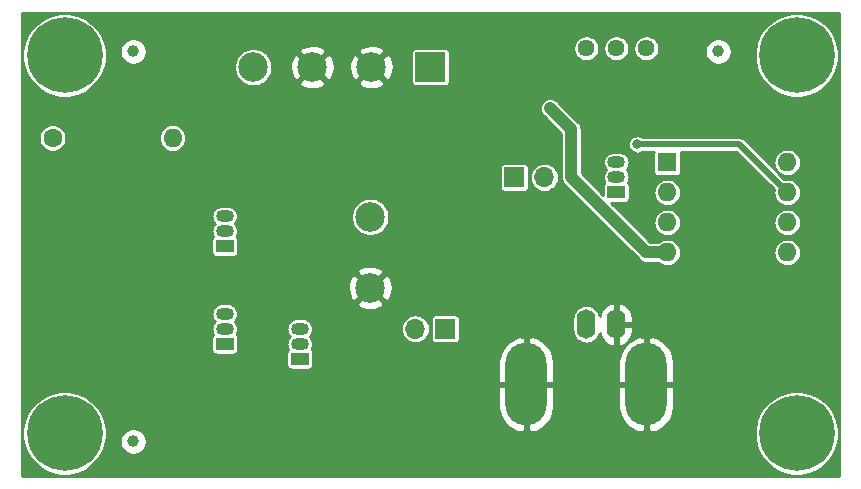
<source format=gbr>
G04 #@! TF.GenerationSoftware,KiCad,Pcbnew,(5.1.2)-1*
G04 #@! TF.CreationDate,2019-08-30T22:43:59-03:00*
G04 #@! TF.ProjectId,colpitts,636f6c70-6974-4747-932e-6b696361645f,v1*
G04 #@! TF.SameCoordinates,Original*
G04 #@! TF.FileFunction,Copper,L2,Bot*
G04 #@! TF.FilePolarity,Positive*
%FSLAX46Y46*%
G04 Gerber Fmt 4.6, Leading zero omitted, Abs format (unit mm)*
G04 Created by KiCad (PCBNEW (5.1.2)-1) date 2019-08-30 22:43:59*
%MOMM*%
%LPD*%
G04 APERTURE LIST*
%ADD10O,1.500000X1.050000*%
%ADD11R,1.500000X1.050000*%
%ADD12R,1.600000X1.600000*%
%ADD13O,1.600000X1.600000*%
%ADD14C,1.440000*%
%ADD15C,1.600000*%
%ADD16R,1.700000X1.700000*%
%ADD17O,1.700000X1.700000*%
%ADD18O,3.500000X7.000000*%
%ADD19O,1.600000X2.500000*%
%ADD20R,2.500000X2.500000*%
%ADD21C,2.500000*%
%ADD22C,6.400000*%
%ADD23C,0.800000*%
%ADD24C,1.000000*%
%ADD25C,0.500000*%
%ADD26C,1.000000*%
%ADD27C,0.250000*%
G04 APERTURE END LIST*
D10*
X107569000Y-88900000D03*
X107569000Y-87630000D03*
D11*
X107569000Y-90170000D03*
D12*
X145034000Y-83058000D03*
D13*
X155194000Y-90678000D03*
X145034000Y-85598000D03*
X155194000Y-88138000D03*
X145034000Y-88138000D03*
X155194000Y-85598000D03*
X145034000Y-90678000D03*
X155194000Y-83058000D03*
D14*
X138176000Y-73406000D03*
X140716000Y-73406000D03*
X143256000Y-73406000D03*
D10*
X140716000Y-84328000D03*
X140716000Y-83058000D03*
D11*
X140716000Y-85598000D03*
D10*
X107569000Y-97155000D03*
X107569000Y-95885000D03*
D11*
X107569000Y-98425000D03*
D10*
X113919000Y-98425000D03*
X113919000Y-97155000D03*
D11*
X113919000Y-99695000D03*
D15*
X92984000Y-81000000D03*
D13*
X103144000Y-81000000D03*
D16*
X132080000Y-84328000D03*
D17*
X134620000Y-84328000D03*
D16*
X126238000Y-97155000D03*
D17*
X123698000Y-97155000D03*
D18*
X143256000Y-101854000D03*
X133096000Y-101854000D03*
D19*
X138176000Y-96774000D03*
X140716000Y-96774000D03*
D20*
X124984000Y-75000000D03*
D21*
X119984000Y-75000000D03*
X114984000Y-75000000D03*
X109984000Y-75000000D03*
D22*
X156000000Y-74000000D03*
D23*
X158400000Y-74000000D03*
X157697056Y-75697056D03*
X156000000Y-76400000D03*
X154302944Y-75697056D03*
X153600000Y-74000000D03*
X154302944Y-72302944D03*
X156000000Y-71600000D03*
X157697056Y-72302944D03*
D22*
X94000000Y-74000000D03*
D23*
X96400000Y-74000000D03*
X95697056Y-75697056D03*
X94000000Y-76400000D03*
X92302944Y-75697056D03*
X91600000Y-74000000D03*
X92302944Y-72302944D03*
X94000000Y-71600000D03*
X95697056Y-72302944D03*
D22*
X156000000Y-106000000D03*
D23*
X158400000Y-106000000D03*
X157697056Y-107697056D03*
X156000000Y-108400000D03*
X154302944Y-107697056D03*
X153600000Y-106000000D03*
X154302944Y-104302944D03*
X156000000Y-103600000D03*
X157697056Y-104302944D03*
D22*
X94000000Y-106000000D03*
D23*
X96400000Y-106000000D03*
X95697056Y-107697056D03*
X94000000Y-108400000D03*
X92302944Y-107697056D03*
X91600000Y-106000000D03*
X92302944Y-104302944D03*
X94000000Y-103600000D03*
X95697056Y-104302944D03*
D24*
X99822000Y-106680000D03*
X149352000Y-73660000D03*
X99822000Y-73660000D03*
D21*
X119888000Y-87678000D03*
X119888000Y-93678000D03*
D23*
X140716000Y-81280000D03*
X92964000Y-87757000D03*
X110617000Y-93980000D03*
X134112000Y-90424000D03*
X92964000Y-92456000D03*
X138176000Y-76581000D03*
X96774000Y-81026000D03*
X107442000Y-83820000D03*
X127508000Y-83820000D03*
X147828000Y-92710000D03*
X136906000Y-86868000D03*
X142494000Y-81534000D03*
D24*
X135128000Y-78486000D03*
D25*
X151130000Y-81534000D02*
X155194000Y-85598000D01*
X142494000Y-81534000D02*
X151130000Y-81534000D01*
D26*
X143902630Y-90678000D02*
X145034000Y-90678000D01*
X143247998Y-90678000D02*
X143902630Y-90678000D01*
X136906000Y-84336002D02*
X143247998Y-90678000D01*
X136906000Y-81788000D02*
X136906000Y-84336002D01*
X136906000Y-81788000D02*
X136906000Y-80264000D01*
X136906000Y-80264000D02*
X135128000Y-78486000D01*
D27*
G36*
X159600001Y-109600000D02*
G01*
X90400000Y-109600000D01*
X90400000Y-105647893D01*
X90425000Y-105647893D01*
X90425000Y-106352107D01*
X90562385Y-107042789D01*
X90831876Y-107693398D01*
X91223116Y-108278930D01*
X91721070Y-108776884D01*
X92306602Y-109168124D01*
X92957211Y-109437615D01*
X93647893Y-109575000D01*
X94352107Y-109575000D01*
X95042789Y-109437615D01*
X95693398Y-109168124D01*
X96278930Y-108776884D01*
X96776884Y-108278930D01*
X97168124Y-107693398D01*
X97437615Y-107042789D01*
X97531818Y-106569197D01*
X98697000Y-106569197D01*
X98697000Y-106790803D01*
X98740233Y-107008150D01*
X98825038Y-107212887D01*
X98948156Y-107397145D01*
X99104855Y-107553844D01*
X99289113Y-107676962D01*
X99493850Y-107761767D01*
X99711197Y-107805000D01*
X99932803Y-107805000D01*
X100150150Y-107761767D01*
X100354887Y-107676962D01*
X100539145Y-107553844D01*
X100695844Y-107397145D01*
X100818962Y-107212887D01*
X100903767Y-107008150D01*
X100947000Y-106790803D01*
X100947000Y-106569197D01*
X100903767Y-106351850D01*
X100818962Y-106147113D01*
X100695844Y-105962855D01*
X100539145Y-105806156D01*
X100354887Y-105683038D01*
X100150150Y-105598233D01*
X99932803Y-105555000D01*
X99711197Y-105555000D01*
X99493850Y-105598233D01*
X99289113Y-105683038D01*
X99104855Y-105806156D01*
X98948156Y-105962855D01*
X98825038Y-106147113D01*
X98740233Y-106351850D01*
X98697000Y-106569197D01*
X97531818Y-106569197D01*
X97575000Y-106352107D01*
X97575000Y-105647893D01*
X97437615Y-104957211D01*
X97168124Y-104306602D01*
X96776884Y-103721070D01*
X96278930Y-103223116D01*
X95693398Y-102831876D01*
X95042789Y-102562385D01*
X94352107Y-102425000D01*
X93647893Y-102425000D01*
X92957211Y-102562385D01*
X92306602Y-102831876D01*
X91721070Y-103223116D01*
X91223116Y-103721070D01*
X90831876Y-104306602D01*
X90562385Y-104957211D01*
X90425000Y-105647893D01*
X90400000Y-105647893D01*
X90400000Y-101979000D01*
X130721000Y-101979000D01*
X130721000Y-103729000D01*
X130791021Y-104189938D01*
X130949621Y-104628358D01*
X131190705Y-105027413D01*
X131505009Y-105371767D01*
X131880454Y-105648187D01*
X132302611Y-105846050D01*
X132601522Y-105926954D01*
X132971000Y-105819226D01*
X132971000Y-101979000D01*
X133221000Y-101979000D01*
X133221000Y-105819226D01*
X133590478Y-105926954D01*
X133889389Y-105846050D01*
X134311546Y-105648187D01*
X134686991Y-105371767D01*
X135001295Y-105027413D01*
X135242379Y-104628358D01*
X135400979Y-104189938D01*
X135471000Y-103729000D01*
X135471000Y-101979000D01*
X140881000Y-101979000D01*
X140881000Y-103729000D01*
X140951021Y-104189938D01*
X141109621Y-104628358D01*
X141350705Y-105027413D01*
X141665009Y-105371767D01*
X142040454Y-105648187D01*
X142462611Y-105846050D01*
X142761522Y-105926954D01*
X143131000Y-105819226D01*
X143131000Y-101979000D01*
X143381000Y-101979000D01*
X143381000Y-105819226D01*
X143750478Y-105926954D01*
X144049389Y-105846050D01*
X144471546Y-105648187D01*
X144471945Y-105647893D01*
X152425000Y-105647893D01*
X152425000Y-106352107D01*
X152562385Y-107042789D01*
X152831876Y-107693398D01*
X153223116Y-108278930D01*
X153721070Y-108776884D01*
X154306602Y-109168124D01*
X154957211Y-109437615D01*
X155647893Y-109575000D01*
X156352107Y-109575000D01*
X157042789Y-109437615D01*
X157693398Y-109168124D01*
X158278930Y-108776884D01*
X158776884Y-108278930D01*
X159168124Y-107693398D01*
X159437615Y-107042789D01*
X159575000Y-106352107D01*
X159575000Y-105647893D01*
X159437615Y-104957211D01*
X159168124Y-104306602D01*
X158776884Y-103721070D01*
X158278930Y-103223116D01*
X157693398Y-102831876D01*
X157042789Y-102562385D01*
X156352107Y-102425000D01*
X155647893Y-102425000D01*
X154957211Y-102562385D01*
X154306602Y-102831876D01*
X153721070Y-103223116D01*
X153223116Y-103721070D01*
X152831876Y-104306602D01*
X152562385Y-104957211D01*
X152425000Y-105647893D01*
X144471945Y-105647893D01*
X144846991Y-105371767D01*
X145161295Y-105027413D01*
X145402379Y-104628358D01*
X145560979Y-104189938D01*
X145631000Y-103729000D01*
X145631000Y-101979000D01*
X143381000Y-101979000D01*
X143131000Y-101979000D01*
X140881000Y-101979000D01*
X135471000Y-101979000D01*
X133221000Y-101979000D01*
X132971000Y-101979000D01*
X130721000Y-101979000D01*
X90400000Y-101979000D01*
X90400000Y-95885000D01*
X106439646Y-95885000D01*
X106457023Y-96061431D01*
X106508486Y-96231081D01*
X106592057Y-96387432D01*
X106700852Y-96520000D01*
X106592057Y-96652568D01*
X106508486Y-96808919D01*
X106457023Y-96978569D01*
X106439646Y-97155000D01*
X106457023Y-97331431D01*
X106508486Y-97501081D01*
X106571139Y-97618298D01*
X106552552Y-97633552D01*
X106505691Y-97690653D01*
X106470869Y-97755800D01*
X106449426Y-97826487D01*
X106442186Y-97900000D01*
X106442186Y-98950000D01*
X106449426Y-99023513D01*
X106470869Y-99094200D01*
X106505691Y-99159347D01*
X106552552Y-99216448D01*
X106609653Y-99263309D01*
X106674800Y-99298131D01*
X106745487Y-99319574D01*
X106819000Y-99326814D01*
X108319000Y-99326814D01*
X108392513Y-99319574D01*
X108463200Y-99298131D01*
X108528347Y-99263309D01*
X108585448Y-99216448D01*
X108632309Y-99159347D01*
X108667131Y-99094200D01*
X108688574Y-99023513D01*
X108695814Y-98950000D01*
X108695814Y-97900000D01*
X108688574Y-97826487D01*
X108667131Y-97755800D01*
X108632309Y-97690653D01*
X108585448Y-97633552D01*
X108566861Y-97618298D01*
X108629514Y-97501081D01*
X108680977Y-97331431D01*
X108698354Y-97155000D01*
X112789646Y-97155000D01*
X112807023Y-97331431D01*
X112858486Y-97501081D01*
X112942057Y-97657432D01*
X113050852Y-97790000D01*
X112942057Y-97922568D01*
X112858486Y-98078919D01*
X112807023Y-98248569D01*
X112789646Y-98425000D01*
X112807023Y-98601431D01*
X112858486Y-98771081D01*
X112921139Y-98888298D01*
X112902552Y-98903552D01*
X112855691Y-98960653D01*
X112820869Y-99025800D01*
X112799426Y-99096487D01*
X112792186Y-99170000D01*
X112792186Y-100220000D01*
X112799426Y-100293513D01*
X112820869Y-100364200D01*
X112855691Y-100429347D01*
X112902552Y-100486448D01*
X112959653Y-100533309D01*
X113024800Y-100568131D01*
X113095487Y-100589574D01*
X113169000Y-100596814D01*
X114669000Y-100596814D01*
X114742513Y-100589574D01*
X114813200Y-100568131D01*
X114878347Y-100533309D01*
X114935448Y-100486448D01*
X114982309Y-100429347D01*
X115017131Y-100364200D01*
X115038574Y-100293513D01*
X115045814Y-100220000D01*
X115045814Y-99979000D01*
X130721000Y-99979000D01*
X130721000Y-101729000D01*
X132971000Y-101729000D01*
X132971000Y-97888774D01*
X133221000Y-97888774D01*
X133221000Y-101729000D01*
X135471000Y-101729000D01*
X135471000Y-99979000D01*
X140881000Y-99979000D01*
X140881000Y-101729000D01*
X143131000Y-101729000D01*
X143131000Y-97888774D01*
X143381000Y-97888774D01*
X143381000Y-101729000D01*
X145631000Y-101729000D01*
X145631000Y-99979000D01*
X145560979Y-99518062D01*
X145402379Y-99079642D01*
X145161295Y-98680587D01*
X144846991Y-98336233D01*
X144471546Y-98059813D01*
X144049389Y-97861950D01*
X143750478Y-97781046D01*
X143381000Y-97888774D01*
X143131000Y-97888774D01*
X142761522Y-97781046D01*
X142462611Y-97861950D01*
X142040454Y-98059813D01*
X141665009Y-98336233D01*
X141350705Y-98680587D01*
X141109621Y-99079642D01*
X140951021Y-99518062D01*
X140881000Y-99979000D01*
X135471000Y-99979000D01*
X135400979Y-99518062D01*
X135242379Y-99079642D01*
X135001295Y-98680587D01*
X134686991Y-98336233D01*
X134311546Y-98059813D01*
X133889389Y-97861950D01*
X133590478Y-97781046D01*
X133221000Y-97888774D01*
X132971000Y-97888774D01*
X132601522Y-97781046D01*
X132302611Y-97861950D01*
X131880454Y-98059813D01*
X131505009Y-98336233D01*
X131190705Y-98680587D01*
X130949621Y-99079642D01*
X130791021Y-99518062D01*
X130721000Y-99979000D01*
X115045814Y-99979000D01*
X115045814Y-99170000D01*
X115038574Y-99096487D01*
X115017131Y-99025800D01*
X114982309Y-98960653D01*
X114935448Y-98903552D01*
X114916861Y-98888298D01*
X114979514Y-98771081D01*
X115030977Y-98601431D01*
X115048354Y-98425000D01*
X115030977Y-98248569D01*
X114979514Y-98078919D01*
X114895943Y-97922568D01*
X114787148Y-97790000D01*
X114895943Y-97657432D01*
X114979514Y-97501081D01*
X115030977Y-97331431D01*
X115048354Y-97155000D01*
X122467073Y-97155000D01*
X122490725Y-97395142D01*
X122560772Y-97626055D01*
X122674522Y-97838866D01*
X122827603Y-98025397D01*
X123014134Y-98178478D01*
X123226945Y-98292228D01*
X123457858Y-98362275D01*
X123637822Y-98380000D01*
X123758178Y-98380000D01*
X123938142Y-98362275D01*
X124169055Y-98292228D01*
X124381866Y-98178478D01*
X124568397Y-98025397D01*
X124721478Y-97838866D01*
X124835228Y-97626055D01*
X124905275Y-97395142D01*
X124928927Y-97155000D01*
X124905275Y-96914858D01*
X124835228Y-96683945D01*
X124721478Y-96471134D01*
X124585137Y-96305000D01*
X125011186Y-96305000D01*
X125011186Y-98005000D01*
X125018426Y-98078513D01*
X125039869Y-98149200D01*
X125074691Y-98214347D01*
X125121552Y-98271448D01*
X125178653Y-98318309D01*
X125243800Y-98353131D01*
X125314487Y-98374574D01*
X125388000Y-98381814D01*
X127088000Y-98381814D01*
X127161513Y-98374574D01*
X127232200Y-98353131D01*
X127297347Y-98318309D01*
X127354448Y-98271448D01*
X127401309Y-98214347D01*
X127436131Y-98149200D01*
X127457574Y-98078513D01*
X127464814Y-98005000D01*
X127464814Y-96305000D01*
X127461001Y-96266280D01*
X137001000Y-96266280D01*
X137001000Y-97281719D01*
X137018002Y-97454339D01*
X137085189Y-97675828D01*
X137194296Y-97879952D01*
X137341130Y-98058870D01*
X137520047Y-98205704D01*
X137724171Y-98314811D01*
X137945660Y-98381998D01*
X138176000Y-98404685D01*
X138406339Y-98381998D01*
X138627828Y-98314811D01*
X138831952Y-98205704D01*
X139010870Y-98058870D01*
X139157704Y-97879953D01*
X139266811Y-97675829D01*
X139319663Y-97501598D01*
X139342767Y-97624602D01*
X139447307Y-97884809D01*
X139600602Y-98119621D01*
X139796761Y-98320015D01*
X140028246Y-98478290D01*
X140286161Y-98588363D01*
X140370479Y-98606476D01*
X140591000Y-98486577D01*
X140591000Y-96899000D01*
X140841000Y-96899000D01*
X140841000Y-98486577D01*
X141061521Y-98606476D01*
X141145839Y-98588363D01*
X141403754Y-98478290D01*
X141635239Y-98320015D01*
X141831398Y-98119621D01*
X141984693Y-97884809D01*
X142089233Y-97624602D01*
X142141000Y-97349000D01*
X142141000Y-96899000D01*
X140841000Y-96899000D01*
X140591000Y-96899000D01*
X140571000Y-96899000D01*
X140571000Y-96649000D01*
X140591000Y-96649000D01*
X140591000Y-95061423D01*
X140841000Y-95061423D01*
X140841000Y-96649000D01*
X142141000Y-96649000D01*
X142141000Y-96199000D01*
X142089233Y-95923398D01*
X141984693Y-95663191D01*
X141831398Y-95428379D01*
X141635239Y-95227985D01*
X141403754Y-95069710D01*
X141145839Y-94959637D01*
X141061521Y-94941524D01*
X140841000Y-95061423D01*
X140591000Y-95061423D01*
X140370479Y-94941524D01*
X140286161Y-94959637D01*
X140028246Y-95069710D01*
X139796761Y-95227985D01*
X139600602Y-95428379D01*
X139447307Y-95663191D01*
X139342767Y-95923398D01*
X139319663Y-96046402D01*
X139266811Y-95872171D01*
X139157704Y-95668047D01*
X139010870Y-95489130D01*
X138831953Y-95342296D01*
X138627829Y-95233189D01*
X138406340Y-95166002D01*
X138176000Y-95143315D01*
X137945661Y-95166002D01*
X137724172Y-95233189D01*
X137520048Y-95342296D01*
X137341131Y-95489130D01*
X137194297Y-95668047D01*
X137085189Y-95872171D01*
X137018002Y-96093660D01*
X137001000Y-96266280D01*
X127461001Y-96266280D01*
X127457574Y-96231487D01*
X127436131Y-96160800D01*
X127401309Y-96095653D01*
X127354448Y-96038552D01*
X127297347Y-95991691D01*
X127232200Y-95956869D01*
X127161513Y-95935426D01*
X127088000Y-95928186D01*
X125388000Y-95928186D01*
X125314487Y-95935426D01*
X125243800Y-95956869D01*
X125178653Y-95991691D01*
X125121552Y-96038552D01*
X125074691Y-96095653D01*
X125039869Y-96160800D01*
X125018426Y-96231487D01*
X125011186Y-96305000D01*
X124585137Y-96305000D01*
X124568397Y-96284603D01*
X124381866Y-96131522D01*
X124169055Y-96017772D01*
X123938142Y-95947725D01*
X123758178Y-95930000D01*
X123637822Y-95930000D01*
X123457858Y-95947725D01*
X123226945Y-96017772D01*
X123014134Y-96131522D01*
X122827603Y-96284603D01*
X122674522Y-96471134D01*
X122560772Y-96683945D01*
X122490725Y-96914858D01*
X122467073Y-97155000D01*
X115048354Y-97155000D01*
X115030977Y-96978569D01*
X114979514Y-96808919D01*
X114895943Y-96652568D01*
X114783475Y-96515525D01*
X114646432Y-96403057D01*
X114490081Y-96319486D01*
X114320431Y-96268023D01*
X114188207Y-96255000D01*
X113649793Y-96255000D01*
X113517569Y-96268023D01*
X113347919Y-96319486D01*
X113191568Y-96403057D01*
X113054525Y-96515525D01*
X112942057Y-96652568D01*
X112858486Y-96808919D01*
X112807023Y-96978569D01*
X112789646Y-97155000D01*
X108698354Y-97155000D01*
X108680977Y-96978569D01*
X108629514Y-96808919D01*
X108545943Y-96652568D01*
X108437148Y-96520000D01*
X108545943Y-96387432D01*
X108629514Y-96231081D01*
X108680977Y-96061431D01*
X108698354Y-95885000D01*
X108680977Y-95708569D01*
X108629514Y-95538919D01*
X108545943Y-95382568D01*
X108433475Y-95245525D01*
X108296432Y-95133057D01*
X108140081Y-95049486D01*
X107970431Y-94998023D01*
X107838207Y-94985000D01*
X107299793Y-94985000D01*
X107167569Y-94998023D01*
X106997919Y-95049486D01*
X106841568Y-95133057D01*
X106704525Y-95245525D01*
X106592057Y-95382568D01*
X106508486Y-95538919D01*
X106457023Y-95708569D01*
X106439646Y-95885000D01*
X90400000Y-95885000D01*
X90400000Y-94984941D01*
X118757835Y-94984941D01*
X118884137Y-95272361D01*
X119214470Y-95437569D01*
X119570687Y-95535159D01*
X119939097Y-95561379D01*
X120305544Y-95515222D01*
X120655945Y-95398462D01*
X120891863Y-95272361D01*
X121018165Y-94984941D01*
X119888000Y-93854777D01*
X118757835Y-94984941D01*
X90400000Y-94984941D01*
X90400000Y-93729097D01*
X118004621Y-93729097D01*
X118050778Y-94095544D01*
X118167538Y-94445945D01*
X118293639Y-94681863D01*
X118581059Y-94808165D01*
X119711223Y-93678000D01*
X120064777Y-93678000D01*
X121194941Y-94808165D01*
X121482361Y-94681863D01*
X121647569Y-94351530D01*
X121745159Y-93995313D01*
X121771379Y-93626903D01*
X121725222Y-93260456D01*
X121608462Y-92910055D01*
X121482361Y-92674137D01*
X121194941Y-92547835D01*
X120064777Y-93678000D01*
X119711223Y-93678000D01*
X118581059Y-92547835D01*
X118293639Y-92674137D01*
X118128431Y-93004470D01*
X118030841Y-93360687D01*
X118004621Y-93729097D01*
X90400000Y-93729097D01*
X90400000Y-92371059D01*
X118757835Y-92371059D01*
X119888000Y-93501223D01*
X121018165Y-92371059D01*
X120891863Y-92083639D01*
X120561530Y-91918431D01*
X120205313Y-91820841D01*
X119836903Y-91794621D01*
X119470456Y-91840778D01*
X119120055Y-91957538D01*
X118884137Y-92083639D01*
X118757835Y-92371059D01*
X90400000Y-92371059D01*
X90400000Y-87630000D01*
X106439646Y-87630000D01*
X106457023Y-87806431D01*
X106508486Y-87976081D01*
X106592057Y-88132432D01*
X106700852Y-88265000D01*
X106592057Y-88397568D01*
X106508486Y-88553919D01*
X106457023Y-88723569D01*
X106439646Y-88900000D01*
X106457023Y-89076431D01*
X106508486Y-89246081D01*
X106571139Y-89363298D01*
X106552552Y-89378552D01*
X106505691Y-89435653D01*
X106470869Y-89500800D01*
X106449426Y-89571487D01*
X106442186Y-89645000D01*
X106442186Y-90695000D01*
X106449426Y-90768513D01*
X106470869Y-90839200D01*
X106505691Y-90904347D01*
X106552552Y-90961448D01*
X106609653Y-91008309D01*
X106674800Y-91043131D01*
X106745487Y-91064574D01*
X106819000Y-91071814D01*
X108319000Y-91071814D01*
X108392513Y-91064574D01*
X108463200Y-91043131D01*
X108528347Y-91008309D01*
X108585448Y-90961448D01*
X108632309Y-90904347D01*
X108667131Y-90839200D01*
X108688574Y-90768513D01*
X108695814Y-90695000D01*
X108695814Y-89645000D01*
X108688574Y-89571487D01*
X108667131Y-89500800D01*
X108632309Y-89435653D01*
X108585448Y-89378552D01*
X108566861Y-89363298D01*
X108629514Y-89246081D01*
X108680977Y-89076431D01*
X108698354Y-88900000D01*
X108680977Y-88723569D01*
X108629514Y-88553919D01*
X108545943Y-88397568D01*
X108437148Y-88265000D01*
X108545943Y-88132432D01*
X108629514Y-87976081D01*
X108680977Y-87806431D01*
X108698354Y-87630000D01*
X108687319Y-87517951D01*
X118263000Y-87517951D01*
X118263000Y-87838049D01*
X118325448Y-88151995D01*
X118447943Y-88447726D01*
X118625780Y-88713877D01*
X118852123Y-88940220D01*
X119118274Y-89118057D01*
X119414005Y-89240552D01*
X119727951Y-89303000D01*
X120048049Y-89303000D01*
X120361995Y-89240552D01*
X120657726Y-89118057D01*
X120923877Y-88940220D01*
X121150220Y-88713877D01*
X121328057Y-88447726D01*
X121450552Y-88151995D01*
X121513000Y-87838049D01*
X121513000Y-87517951D01*
X121450552Y-87204005D01*
X121328057Y-86908274D01*
X121150220Y-86642123D01*
X120923877Y-86415780D01*
X120657726Y-86237943D01*
X120361995Y-86115448D01*
X120048049Y-86053000D01*
X119727951Y-86053000D01*
X119414005Y-86115448D01*
X119118274Y-86237943D01*
X118852123Y-86415780D01*
X118625780Y-86642123D01*
X118447943Y-86908274D01*
X118325448Y-87204005D01*
X118263000Y-87517951D01*
X108687319Y-87517951D01*
X108680977Y-87453569D01*
X108629514Y-87283919D01*
X108545943Y-87127568D01*
X108433475Y-86990525D01*
X108296432Y-86878057D01*
X108140081Y-86794486D01*
X107970431Y-86743023D01*
X107838207Y-86730000D01*
X107299793Y-86730000D01*
X107167569Y-86743023D01*
X106997919Y-86794486D01*
X106841568Y-86878057D01*
X106704525Y-86990525D01*
X106592057Y-87127568D01*
X106508486Y-87283919D01*
X106457023Y-87453569D01*
X106439646Y-87630000D01*
X90400000Y-87630000D01*
X90400000Y-83478000D01*
X130853186Y-83478000D01*
X130853186Y-85178000D01*
X130860426Y-85251513D01*
X130881869Y-85322200D01*
X130916691Y-85387347D01*
X130963552Y-85444448D01*
X131020653Y-85491309D01*
X131085800Y-85526131D01*
X131156487Y-85547574D01*
X131230000Y-85554814D01*
X132930000Y-85554814D01*
X133003513Y-85547574D01*
X133074200Y-85526131D01*
X133139347Y-85491309D01*
X133196448Y-85444448D01*
X133243309Y-85387347D01*
X133278131Y-85322200D01*
X133299574Y-85251513D01*
X133306814Y-85178000D01*
X133306814Y-84328000D01*
X133389073Y-84328000D01*
X133412725Y-84568142D01*
X133482772Y-84799055D01*
X133596522Y-85011866D01*
X133749603Y-85198397D01*
X133936134Y-85351478D01*
X134148945Y-85465228D01*
X134379858Y-85535275D01*
X134559822Y-85553000D01*
X134680178Y-85553000D01*
X134860142Y-85535275D01*
X135091055Y-85465228D01*
X135303866Y-85351478D01*
X135490397Y-85198397D01*
X135643478Y-85011866D01*
X135757228Y-84799055D01*
X135827275Y-84568142D01*
X135850927Y-84328000D01*
X135827275Y-84087858D01*
X135757228Y-83856945D01*
X135643478Y-83644134D01*
X135490397Y-83457603D01*
X135303866Y-83304522D01*
X135091055Y-83190772D01*
X134860142Y-83120725D01*
X134680178Y-83103000D01*
X134559822Y-83103000D01*
X134379858Y-83120725D01*
X134148945Y-83190772D01*
X133936134Y-83304522D01*
X133749603Y-83457603D01*
X133596522Y-83644134D01*
X133482772Y-83856945D01*
X133412725Y-84087858D01*
X133389073Y-84328000D01*
X133306814Y-84328000D01*
X133306814Y-83478000D01*
X133299574Y-83404487D01*
X133278131Y-83333800D01*
X133243309Y-83268653D01*
X133196448Y-83211552D01*
X133139347Y-83164691D01*
X133074200Y-83129869D01*
X133003513Y-83108426D01*
X132930000Y-83101186D01*
X131230000Y-83101186D01*
X131156487Y-83108426D01*
X131085800Y-83129869D01*
X131020653Y-83164691D01*
X130963552Y-83211552D01*
X130916691Y-83268653D01*
X130881869Y-83333800D01*
X130860426Y-83404487D01*
X130853186Y-83478000D01*
X90400000Y-83478000D01*
X90400000Y-80884273D01*
X91809000Y-80884273D01*
X91809000Y-81115727D01*
X91854155Y-81342735D01*
X91942729Y-81556571D01*
X92071318Y-81749019D01*
X92234981Y-81912682D01*
X92427429Y-82041271D01*
X92641265Y-82129845D01*
X92868273Y-82175000D01*
X93099727Y-82175000D01*
X93326735Y-82129845D01*
X93540571Y-82041271D01*
X93733019Y-81912682D01*
X93896682Y-81749019D01*
X94025271Y-81556571D01*
X94113845Y-81342735D01*
X94159000Y-81115727D01*
X94159000Y-81000000D01*
X101963315Y-81000000D01*
X101986002Y-81230340D01*
X102053189Y-81451829D01*
X102162296Y-81655953D01*
X102309130Y-81834870D01*
X102488047Y-81981704D01*
X102692171Y-82090811D01*
X102913660Y-82157998D01*
X103086280Y-82175000D01*
X103201720Y-82175000D01*
X103374340Y-82157998D01*
X103595829Y-82090811D01*
X103799953Y-81981704D01*
X103978870Y-81834870D01*
X104125704Y-81655953D01*
X104234811Y-81451829D01*
X104301998Y-81230340D01*
X104324685Y-81000000D01*
X104301998Y-80769660D01*
X104234811Y-80548171D01*
X104125704Y-80344047D01*
X103978870Y-80165130D01*
X103799953Y-80018296D01*
X103595829Y-79909189D01*
X103374340Y-79842002D01*
X103201720Y-79825000D01*
X103086280Y-79825000D01*
X102913660Y-79842002D01*
X102692171Y-79909189D01*
X102488047Y-80018296D01*
X102309130Y-80165130D01*
X102162296Y-80344047D01*
X102053189Y-80548171D01*
X101986002Y-80769660D01*
X101963315Y-81000000D01*
X94159000Y-81000000D01*
X94159000Y-80884273D01*
X94113845Y-80657265D01*
X94025271Y-80443429D01*
X93896682Y-80250981D01*
X93733019Y-80087318D01*
X93540571Y-79958729D01*
X93326735Y-79870155D01*
X93099727Y-79825000D01*
X92868273Y-79825000D01*
X92641265Y-79870155D01*
X92427429Y-79958729D01*
X92234981Y-80087318D01*
X92071318Y-80250981D01*
X91942729Y-80443429D01*
X91854155Y-80657265D01*
X91809000Y-80884273D01*
X90400000Y-80884273D01*
X90400000Y-78486000D01*
X134248767Y-78486000D01*
X134253000Y-78528979D01*
X134253000Y-78572180D01*
X134261428Y-78614550D01*
X134265661Y-78657529D01*
X134278198Y-78698857D01*
X134286626Y-78741228D01*
X134303160Y-78781144D01*
X134315695Y-78822467D01*
X134336050Y-78860548D01*
X134352585Y-78900468D01*
X134376591Y-78936396D01*
X134396945Y-78974475D01*
X134424337Y-79007852D01*
X134448343Y-79043780D01*
X134570220Y-79165657D01*
X134570223Y-79165659D01*
X136031001Y-80626438D01*
X136031000Y-81745021D01*
X136031000Y-81745022D01*
X136031001Y-84293013D01*
X136026767Y-84336002D01*
X136043661Y-84507531D01*
X136093695Y-84672469D01*
X136131516Y-84743228D01*
X136174945Y-84824478D01*
X136284289Y-84957714D01*
X136317676Y-84985114D01*
X142598886Y-91266325D01*
X142626286Y-91299712D01*
X142668009Y-91333953D01*
X142759522Y-91409056D01*
X142911530Y-91490305D01*
X143076468Y-91540339D01*
X143247998Y-91557233D01*
X143290977Y-91553000D01*
X144248028Y-91553000D01*
X144378047Y-91659704D01*
X144582171Y-91768811D01*
X144803660Y-91835998D01*
X144976280Y-91853000D01*
X145091720Y-91853000D01*
X145264340Y-91835998D01*
X145485829Y-91768811D01*
X145689953Y-91659704D01*
X145868870Y-91512870D01*
X146015704Y-91333953D01*
X146124811Y-91129829D01*
X146191998Y-90908340D01*
X146214685Y-90678000D01*
X154013315Y-90678000D01*
X154036002Y-90908340D01*
X154103189Y-91129829D01*
X154212296Y-91333953D01*
X154359130Y-91512870D01*
X154538047Y-91659704D01*
X154742171Y-91768811D01*
X154963660Y-91835998D01*
X155136280Y-91853000D01*
X155251720Y-91853000D01*
X155424340Y-91835998D01*
X155645829Y-91768811D01*
X155849953Y-91659704D01*
X156028870Y-91512870D01*
X156175704Y-91333953D01*
X156284811Y-91129829D01*
X156351998Y-90908340D01*
X156374685Y-90678000D01*
X156351998Y-90447660D01*
X156284811Y-90226171D01*
X156175704Y-90022047D01*
X156028870Y-89843130D01*
X155849953Y-89696296D01*
X155645829Y-89587189D01*
X155424340Y-89520002D01*
X155251720Y-89503000D01*
X155136280Y-89503000D01*
X154963660Y-89520002D01*
X154742171Y-89587189D01*
X154538047Y-89696296D01*
X154359130Y-89843130D01*
X154212296Y-90022047D01*
X154103189Y-90226171D01*
X154036002Y-90447660D01*
X154013315Y-90678000D01*
X146214685Y-90678000D01*
X146191998Y-90447660D01*
X146124811Y-90226171D01*
X146015704Y-90022047D01*
X145868870Y-89843130D01*
X145689953Y-89696296D01*
X145485829Y-89587189D01*
X145264340Y-89520002D01*
X145091720Y-89503000D01*
X144976280Y-89503000D01*
X144803660Y-89520002D01*
X144582171Y-89587189D01*
X144378047Y-89696296D01*
X144248028Y-89803000D01*
X143610435Y-89803000D01*
X141945435Y-88138000D01*
X143853315Y-88138000D01*
X143876002Y-88368340D01*
X143943189Y-88589829D01*
X144052296Y-88793953D01*
X144199130Y-88972870D01*
X144378047Y-89119704D01*
X144582171Y-89228811D01*
X144803660Y-89295998D01*
X144976280Y-89313000D01*
X145091720Y-89313000D01*
X145264340Y-89295998D01*
X145485829Y-89228811D01*
X145689953Y-89119704D01*
X145868870Y-88972870D01*
X146015704Y-88793953D01*
X146124811Y-88589829D01*
X146191998Y-88368340D01*
X146214685Y-88138000D01*
X154013315Y-88138000D01*
X154036002Y-88368340D01*
X154103189Y-88589829D01*
X154212296Y-88793953D01*
X154359130Y-88972870D01*
X154538047Y-89119704D01*
X154742171Y-89228811D01*
X154963660Y-89295998D01*
X155136280Y-89313000D01*
X155251720Y-89313000D01*
X155424340Y-89295998D01*
X155645829Y-89228811D01*
X155849953Y-89119704D01*
X156028870Y-88972870D01*
X156175704Y-88793953D01*
X156284811Y-88589829D01*
X156351998Y-88368340D01*
X156374685Y-88138000D01*
X156351998Y-87907660D01*
X156284811Y-87686171D01*
X156175704Y-87482047D01*
X156028870Y-87303130D01*
X155849953Y-87156296D01*
X155645829Y-87047189D01*
X155424340Y-86980002D01*
X155251720Y-86963000D01*
X155136280Y-86963000D01*
X154963660Y-86980002D01*
X154742171Y-87047189D01*
X154538047Y-87156296D01*
X154359130Y-87303130D01*
X154212296Y-87482047D01*
X154103189Y-87686171D01*
X154036002Y-87907660D01*
X154013315Y-88138000D01*
X146214685Y-88138000D01*
X146191998Y-87907660D01*
X146124811Y-87686171D01*
X146015704Y-87482047D01*
X145868870Y-87303130D01*
X145689953Y-87156296D01*
X145485829Y-87047189D01*
X145264340Y-86980002D01*
X145091720Y-86963000D01*
X144976280Y-86963000D01*
X144803660Y-86980002D01*
X144582171Y-87047189D01*
X144378047Y-87156296D01*
X144199130Y-87303130D01*
X144052296Y-87482047D01*
X143943189Y-87686171D01*
X143876002Y-87907660D01*
X143853315Y-88138000D01*
X141945435Y-88138000D01*
X140307248Y-86499814D01*
X141466000Y-86499814D01*
X141539513Y-86492574D01*
X141610200Y-86471131D01*
X141675347Y-86436309D01*
X141732448Y-86389448D01*
X141779309Y-86332347D01*
X141814131Y-86267200D01*
X141835574Y-86196513D01*
X141842814Y-86123000D01*
X141842814Y-85598000D01*
X143853315Y-85598000D01*
X143876002Y-85828340D01*
X143943189Y-86049829D01*
X144052296Y-86253953D01*
X144199130Y-86432870D01*
X144378047Y-86579704D01*
X144582171Y-86688811D01*
X144803660Y-86755998D01*
X144976280Y-86773000D01*
X145091720Y-86773000D01*
X145264340Y-86755998D01*
X145485829Y-86688811D01*
X145689953Y-86579704D01*
X145868870Y-86432870D01*
X146015704Y-86253953D01*
X146124811Y-86049829D01*
X146191998Y-85828340D01*
X146214685Y-85598000D01*
X146191998Y-85367660D01*
X146124811Y-85146171D01*
X146015704Y-84942047D01*
X145868870Y-84763130D01*
X145689953Y-84616296D01*
X145485829Y-84507189D01*
X145264340Y-84440002D01*
X145091720Y-84423000D01*
X144976280Y-84423000D01*
X144803660Y-84440002D01*
X144582171Y-84507189D01*
X144378047Y-84616296D01*
X144199130Y-84763130D01*
X144052296Y-84942047D01*
X143943189Y-85146171D01*
X143876002Y-85367660D01*
X143853315Y-85598000D01*
X141842814Y-85598000D01*
X141842814Y-85073000D01*
X141835574Y-84999487D01*
X141814131Y-84928800D01*
X141779309Y-84863653D01*
X141732448Y-84806552D01*
X141713861Y-84791298D01*
X141776514Y-84674081D01*
X141827977Y-84504431D01*
X141845354Y-84328000D01*
X141827977Y-84151569D01*
X141776514Y-83981919D01*
X141692943Y-83825568D01*
X141584148Y-83693000D01*
X141692943Y-83560432D01*
X141776514Y-83404081D01*
X141827977Y-83234431D01*
X141845354Y-83058000D01*
X141827977Y-82881569D01*
X141776514Y-82711919D01*
X141692943Y-82555568D01*
X141580475Y-82418525D01*
X141443432Y-82306057D01*
X141287081Y-82222486D01*
X141117431Y-82171023D01*
X140985207Y-82158000D01*
X140446793Y-82158000D01*
X140314569Y-82171023D01*
X140144919Y-82222486D01*
X139988568Y-82306057D01*
X139851525Y-82418525D01*
X139739057Y-82555568D01*
X139655486Y-82711919D01*
X139604023Y-82881569D01*
X139586646Y-83058000D01*
X139604023Y-83234431D01*
X139655486Y-83404081D01*
X139739057Y-83560432D01*
X139847852Y-83693000D01*
X139739057Y-83825568D01*
X139655486Y-83981919D01*
X139604023Y-84151569D01*
X139586646Y-84328000D01*
X139604023Y-84504431D01*
X139655486Y-84674081D01*
X139718139Y-84791298D01*
X139699552Y-84806552D01*
X139652691Y-84863653D01*
X139617869Y-84928800D01*
X139596426Y-84999487D01*
X139589186Y-85073000D01*
X139589186Y-85781752D01*
X137781000Y-83973566D01*
X137781000Y-81457669D01*
X141719000Y-81457669D01*
X141719000Y-81610331D01*
X141748783Y-81760059D01*
X141807204Y-81901100D01*
X141892018Y-82028034D01*
X141999966Y-82135982D01*
X142126900Y-82220796D01*
X142267941Y-82279217D01*
X142417669Y-82309000D01*
X142570331Y-82309000D01*
X142720059Y-82279217D01*
X142861100Y-82220796D01*
X142953585Y-82159000D01*
X143872158Y-82159000D01*
X143864426Y-82184487D01*
X143857186Y-82258000D01*
X143857186Y-83858000D01*
X143864426Y-83931513D01*
X143885869Y-84002200D01*
X143920691Y-84067347D01*
X143967552Y-84124448D01*
X144024653Y-84171309D01*
X144089800Y-84206131D01*
X144160487Y-84227574D01*
X144234000Y-84234814D01*
X145834000Y-84234814D01*
X145907513Y-84227574D01*
X145978200Y-84206131D01*
X146043347Y-84171309D01*
X146100448Y-84124448D01*
X146147309Y-84067347D01*
X146182131Y-84002200D01*
X146203574Y-83931513D01*
X146210814Y-83858000D01*
X146210814Y-82258000D01*
X146203574Y-82184487D01*
X146195842Y-82159000D01*
X150871118Y-82159000D01*
X154046190Y-85334073D01*
X154036002Y-85367660D01*
X154013315Y-85598000D01*
X154036002Y-85828340D01*
X154103189Y-86049829D01*
X154212296Y-86253953D01*
X154359130Y-86432870D01*
X154538047Y-86579704D01*
X154742171Y-86688811D01*
X154963660Y-86755998D01*
X155136280Y-86773000D01*
X155251720Y-86773000D01*
X155424340Y-86755998D01*
X155645829Y-86688811D01*
X155849953Y-86579704D01*
X156028870Y-86432870D01*
X156175704Y-86253953D01*
X156284811Y-86049829D01*
X156351998Y-85828340D01*
X156374685Y-85598000D01*
X156351998Y-85367660D01*
X156284811Y-85146171D01*
X156175704Y-84942047D01*
X156028870Y-84763130D01*
X155849953Y-84616296D01*
X155645829Y-84507189D01*
X155424340Y-84440002D01*
X155251720Y-84423000D01*
X155136280Y-84423000D01*
X154963660Y-84440002D01*
X154930073Y-84450190D01*
X154435100Y-83955217D01*
X154538047Y-84039704D01*
X154742171Y-84148811D01*
X154963660Y-84215998D01*
X155136280Y-84233000D01*
X155251720Y-84233000D01*
X155424340Y-84215998D01*
X155645829Y-84148811D01*
X155849953Y-84039704D01*
X156028870Y-83892870D01*
X156175704Y-83713953D01*
X156284811Y-83509829D01*
X156351998Y-83288340D01*
X156374685Y-83058000D01*
X156351998Y-82827660D01*
X156284811Y-82606171D01*
X156175704Y-82402047D01*
X156028870Y-82223130D01*
X155849953Y-82076296D01*
X155645829Y-81967189D01*
X155424340Y-81900002D01*
X155251720Y-81883000D01*
X155136280Y-81883000D01*
X154963660Y-81900002D01*
X154742171Y-81967189D01*
X154538047Y-82076296D01*
X154359130Y-82223130D01*
X154212296Y-82402047D01*
X154103189Y-82606171D01*
X154036002Y-82827660D01*
X154013315Y-83058000D01*
X154036002Y-83288340D01*
X154103189Y-83509829D01*
X154212296Y-83713953D01*
X154296783Y-83816901D01*
X151593658Y-81113776D01*
X151574080Y-81089920D01*
X151478911Y-81011817D01*
X151370334Y-80953781D01*
X151252521Y-80918043D01*
X151160704Y-80909000D01*
X151160694Y-80909000D01*
X151130000Y-80905977D01*
X151099306Y-80909000D01*
X142953585Y-80909000D01*
X142861100Y-80847204D01*
X142720059Y-80788783D01*
X142570331Y-80759000D01*
X142417669Y-80759000D01*
X142267941Y-80788783D01*
X142126900Y-80847204D01*
X141999966Y-80932018D01*
X141892018Y-81039966D01*
X141807204Y-81166900D01*
X141748783Y-81307941D01*
X141719000Y-81457669D01*
X137781000Y-81457669D01*
X137781000Y-80306979D01*
X137785233Y-80264000D01*
X137768339Y-80092470D01*
X137718305Y-79927532D01*
X137637056Y-79775524D01*
X137527712Y-79642288D01*
X137494325Y-79614888D01*
X135807659Y-77928223D01*
X135807657Y-77928220D01*
X135685780Y-77806343D01*
X135649852Y-77782337D01*
X135616475Y-77754945D01*
X135578396Y-77734591D01*
X135542468Y-77710585D01*
X135502548Y-77694050D01*
X135464467Y-77673695D01*
X135423144Y-77661160D01*
X135383228Y-77644626D01*
X135340857Y-77636198D01*
X135299529Y-77623661D01*
X135256550Y-77619428D01*
X135214180Y-77611000D01*
X135170979Y-77611000D01*
X135128000Y-77606767D01*
X135085021Y-77611000D01*
X135041820Y-77611000D01*
X134999450Y-77619428D01*
X134956471Y-77623661D01*
X134915143Y-77636198D01*
X134872772Y-77644626D01*
X134832856Y-77661160D01*
X134791533Y-77673695D01*
X134753452Y-77694050D01*
X134713532Y-77710585D01*
X134677604Y-77734591D01*
X134639525Y-77754945D01*
X134606149Y-77782336D01*
X134570220Y-77806343D01*
X134539665Y-77836898D01*
X134506289Y-77864289D01*
X134478898Y-77897665D01*
X134448343Y-77928220D01*
X134424336Y-77964149D01*
X134396945Y-77997525D01*
X134376591Y-78035604D01*
X134352585Y-78071532D01*
X134336050Y-78111452D01*
X134315695Y-78149533D01*
X134303160Y-78190856D01*
X134286626Y-78230772D01*
X134278198Y-78273143D01*
X134265661Y-78314471D01*
X134261428Y-78357450D01*
X134253000Y-78399820D01*
X134253000Y-78443021D01*
X134248767Y-78486000D01*
X90400000Y-78486000D01*
X90400000Y-73647893D01*
X90425000Y-73647893D01*
X90425000Y-74352107D01*
X90562385Y-75042789D01*
X90831876Y-75693398D01*
X91223116Y-76278930D01*
X91721070Y-76776884D01*
X92306602Y-77168124D01*
X92957211Y-77437615D01*
X93647893Y-77575000D01*
X94352107Y-77575000D01*
X95042789Y-77437615D01*
X95693398Y-77168124D01*
X96278930Y-76776884D01*
X96776884Y-76278930D01*
X97168124Y-75693398D01*
X97437615Y-75042789D01*
X97477961Y-74839951D01*
X108359000Y-74839951D01*
X108359000Y-75160049D01*
X108421448Y-75473995D01*
X108543943Y-75769726D01*
X108721780Y-76035877D01*
X108948123Y-76262220D01*
X109214274Y-76440057D01*
X109510005Y-76562552D01*
X109823951Y-76625000D01*
X110144049Y-76625000D01*
X110457995Y-76562552D01*
X110753726Y-76440057D01*
X110952947Y-76306941D01*
X113853835Y-76306941D01*
X113980137Y-76594361D01*
X114310470Y-76759569D01*
X114666687Y-76857159D01*
X115035097Y-76883379D01*
X115401544Y-76837222D01*
X115751945Y-76720462D01*
X115987863Y-76594361D01*
X116114165Y-76306941D01*
X118853835Y-76306941D01*
X118980137Y-76594361D01*
X119310470Y-76759569D01*
X119666687Y-76857159D01*
X120035097Y-76883379D01*
X120401544Y-76837222D01*
X120751945Y-76720462D01*
X120987863Y-76594361D01*
X121114165Y-76306941D01*
X119984000Y-75176777D01*
X118853835Y-76306941D01*
X116114165Y-76306941D01*
X114984000Y-75176777D01*
X113853835Y-76306941D01*
X110952947Y-76306941D01*
X111019877Y-76262220D01*
X111246220Y-76035877D01*
X111424057Y-75769726D01*
X111546552Y-75473995D01*
X111609000Y-75160049D01*
X111609000Y-75051097D01*
X113100621Y-75051097D01*
X113146778Y-75417544D01*
X113263538Y-75767945D01*
X113389639Y-76003863D01*
X113677059Y-76130165D01*
X114807223Y-75000000D01*
X115160777Y-75000000D01*
X116290941Y-76130165D01*
X116578361Y-76003863D01*
X116743569Y-75673530D01*
X116841159Y-75317313D01*
X116860105Y-75051097D01*
X118100621Y-75051097D01*
X118146778Y-75417544D01*
X118263538Y-75767945D01*
X118389639Y-76003863D01*
X118677059Y-76130165D01*
X119807223Y-75000000D01*
X120160777Y-75000000D01*
X121290941Y-76130165D01*
X121578361Y-76003863D01*
X121743569Y-75673530D01*
X121841159Y-75317313D01*
X121867379Y-74948903D01*
X121821222Y-74582456D01*
X121704462Y-74232055D01*
X121578361Y-73996137D01*
X121290941Y-73869835D01*
X120160777Y-75000000D01*
X119807223Y-75000000D01*
X118677059Y-73869835D01*
X118389639Y-73996137D01*
X118224431Y-74326470D01*
X118126841Y-74682687D01*
X118100621Y-75051097D01*
X116860105Y-75051097D01*
X116867379Y-74948903D01*
X116821222Y-74582456D01*
X116704462Y-74232055D01*
X116578361Y-73996137D01*
X116290941Y-73869835D01*
X115160777Y-75000000D01*
X114807223Y-75000000D01*
X113677059Y-73869835D01*
X113389639Y-73996137D01*
X113224431Y-74326470D01*
X113126841Y-74682687D01*
X113100621Y-75051097D01*
X111609000Y-75051097D01*
X111609000Y-74839951D01*
X111546552Y-74526005D01*
X111424057Y-74230274D01*
X111246220Y-73964123D01*
X111019877Y-73737780D01*
X110952948Y-73693059D01*
X113853835Y-73693059D01*
X114984000Y-74823223D01*
X116114165Y-73693059D01*
X118853835Y-73693059D01*
X119984000Y-74823223D01*
X121057223Y-73750000D01*
X123357186Y-73750000D01*
X123357186Y-76250000D01*
X123364426Y-76323513D01*
X123385869Y-76394200D01*
X123420691Y-76459347D01*
X123467552Y-76516448D01*
X123524653Y-76563309D01*
X123589800Y-76598131D01*
X123660487Y-76619574D01*
X123734000Y-76626814D01*
X126234000Y-76626814D01*
X126307513Y-76619574D01*
X126378200Y-76598131D01*
X126443347Y-76563309D01*
X126500448Y-76516448D01*
X126547309Y-76459347D01*
X126582131Y-76394200D01*
X126603574Y-76323513D01*
X126610814Y-76250000D01*
X126610814Y-73750000D01*
X126603574Y-73676487D01*
X126582131Y-73605800D01*
X126547309Y-73540653D01*
X126500448Y-73483552D01*
X126443347Y-73436691D01*
X126378200Y-73401869D01*
X126307513Y-73380426D01*
X126234000Y-73373186D01*
X123734000Y-73373186D01*
X123660487Y-73380426D01*
X123589800Y-73401869D01*
X123524653Y-73436691D01*
X123467552Y-73483552D01*
X123420691Y-73540653D01*
X123385869Y-73605800D01*
X123364426Y-73676487D01*
X123357186Y-73750000D01*
X121057223Y-73750000D01*
X121114165Y-73693059D01*
X120987863Y-73405639D01*
X120772944Y-73298152D01*
X137081000Y-73298152D01*
X137081000Y-73513848D01*
X137123080Y-73725400D01*
X137205624Y-73924677D01*
X137325458Y-74104022D01*
X137477978Y-74256542D01*
X137657323Y-74376376D01*
X137856600Y-74458920D01*
X138068152Y-74501000D01*
X138283848Y-74501000D01*
X138495400Y-74458920D01*
X138694677Y-74376376D01*
X138874022Y-74256542D01*
X139026542Y-74104022D01*
X139146376Y-73924677D01*
X139228920Y-73725400D01*
X139271000Y-73513848D01*
X139271000Y-73298152D01*
X139621000Y-73298152D01*
X139621000Y-73513848D01*
X139663080Y-73725400D01*
X139745624Y-73924677D01*
X139865458Y-74104022D01*
X140017978Y-74256542D01*
X140197323Y-74376376D01*
X140396600Y-74458920D01*
X140608152Y-74501000D01*
X140823848Y-74501000D01*
X141035400Y-74458920D01*
X141234677Y-74376376D01*
X141414022Y-74256542D01*
X141566542Y-74104022D01*
X141686376Y-73924677D01*
X141768920Y-73725400D01*
X141811000Y-73513848D01*
X141811000Y-73298152D01*
X142161000Y-73298152D01*
X142161000Y-73513848D01*
X142203080Y-73725400D01*
X142285624Y-73924677D01*
X142405458Y-74104022D01*
X142557978Y-74256542D01*
X142737323Y-74376376D01*
X142936600Y-74458920D01*
X143148152Y-74501000D01*
X143363848Y-74501000D01*
X143575400Y-74458920D01*
X143774677Y-74376376D01*
X143954022Y-74256542D01*
X144106542Y-74104022D01*
X144226376Y-73924677D01*
X144308920Y-73725400D01*
X144343968Y-73549197D01*
X148227000Y-73549197D01*
X148227000Y-73770803D01*
X148270233Y-73988150D01*
X148355038Y-74192887D01*
X148478156Y-74377145D01*
X148634855Y-74533844D01*
X148819113Y-74656962D01*
X149023850Y-74741767D01*
X149241197Y-74785000D01*
X149462803Y-74785000D01*
X149680150Y-74741767D01*
X149884887Y-74656962D01*
X150069145Y-74533844D01*
X150225844Y-74377145D01*
X150348962Y-74192887D01*
X150433767Y-73988150D01*
X150477000Y-73770803D01*
X150477000Y-73647893D01*
X152425000Y-73647893D01*
X152425000Y-74352107D01*
X152562385Y-75042789D01*
X152831876Y-75693398D01*
X153223116Y-76278930D01*
X153721070Y-76776884D01*
X154306602Y-77168124D01*
X154957211Y-77437615D01*
X155647893Y-77575000D01*
X156352107Y-77575000D01*
X157042789Y-77437615D01*
X157693398Y-77168124D01*
X158278930Y-76776884D01*
X158776884Y-76278930D01*
X159168124Y-75693398D01*
X159437615Y-75042789D01*
X159575000Y-74352107D01*
X159575000Y-73647893D01*
X159437615Y-72957211D01*
X159168124Y-72306602D01*
X158776884Y-71721070D01*
X158278930Y-71223116D01*
X157693398Y-70831876D01*
X157042789Y-70562385D01*
X156352107Y-70425000D01*
X155647893Y-70425000D01*
X154957211Y-70562385D01*
X154306602Y-70831876D01*
X153721070Y-71223116D01*
X153223116Y-71721070D01*
X152831876Y-72306602D01*
X152562385Y-72957211D01*
X152425000Y-73647893D01*
X150477000Y-73647893D01*
X150477000Y-73549197D01*
X150433767Y-73331850D01*
X150348962Y-73127113D01*
X150225844Y-72942855D01*
X150069145Y-72786156D01*
X149884887Y-72663038D01*
X149680150Y-72578233D01*
X149462803Y-72535000D01*
X149241197Y-72535000D01*
X149023850Y-72578233D01*
X148819113Y-72663038D01*
X148634855Y-72786156D01*
X148478156Y-72942855D01*
X148355038Y-73127113D01*
X148270233Y-73331850D01*
X148227000Y-73549197D01*
X144343968Y-73549197D01*
X144351000Y-73513848D01*
X144351000Y-73298152D01*
X144308920Y-73086600D01*
X144226376Y-72887323D01*
X144106542Y-72707978D01*
X143954022Y-72555458D01*
X143774677Y-72435624D01*
X143575400Y-72353080D01*
X143363848Y-72311000D01*
X143148152Y-72311000D01*
X142936600Y-72353080D01*
X142737323Y-72435624D01*
X142557978Y-72555458D01*
X142405458Y-72707978D01*
X142285624Y-72887323D01*
X142203080Y-73086600D01*
X142161000Y-73298152D01*
X141811000Y-73298152D01*
X141768920Y-73086600D01*
X141686376Y-72887323D01*
X141566542Y-72707978D01*
X141414022Y-72555458D01*
X141234677Y-72435624D01*
X141035400Y-72353080D01*
X140823848Y-72311000D01*
X140608152Y-72311000D01*
X140396600Y-72353080D01*
X140197323Y-72435624D01*
X140017978Y-72555458D01*
X139865458Y-72707978D01*
X139745624Y-72887323D01*
X139663080Y-73086600D01*
X139621000Y-73298152D01*
X139271000Y-73298152D01*
X139228920Y-73086600D01*
X139146376Y-72887323D01*
X139026542Y-72707978D01*
X138874022Y-72555458D01*
X138694677Y-72435624D01*
X138495400Y-72353080D01*
X138283848Y-72311000D01*
X138068152Y-72311000D01*
X137856600Y-72353080D01*
X137657323Y-72435624D01*
X137477978Y-72555458D01*
X137325458Y-72707978D01*
X137205624Y-72887323D01*
X137123080Y-73086600D01*
X137081000Y-73298152D01*
X120772944Y-73298152D01*
X120657530Y-73240431D01*
X120301313Y-73142841D01*
X119932903Y-73116621D01*
X119566456Y-73162778D01*
X119216055Y-73279538D01*
X118980137Y-73405639D01*
X118853835Y-73693059D01*
X116114165Y-73693059D01*
X115987863Y-73405639D01*
X115657530Y-73240431D01*
X115301313Y-73142841D01*
X114932903Y-73116621D01*
X114566456Y-73162778D01*
X114216055Y-73279538D01*
X113980137Y-73405639D01*
X113853835Y-73693059D01*
X110952948Y-73693059D01*
X110753726Y-73559943D01*
X110457995Y-73437448D01*
X110144049Y-73375000D01*
X109823951Y-73375000D01*
X109510005Y-73437448D01*
X109214274Y-73559943D01*
X108948123Y-73737780D01*
X108721780Y-73964123D01*
X108543943Y-74230274D01*
X108421448Y-74526005D01*
X108359000Y-74839951D01*
X97477961Y-74839951D01*
X97575000Y-74352107D01*
X97575000Y-73647893D01*
X97555369Y-73549197D01*
X98697000Y-73549197D01*
X98697000Y-73770803D01*
X98740233Y-73988150D01*
X98825038Y-74192887D01*
X98948156Y-74377145D01*
X99104855Y-74533844D01*
X99289113Y-74656962D01*
X99493850Y-74741767D01*
X99711197Y-74785000D01*
X99932803Y-74785000D01*
X100150150Y-74741767D01*
X100354887Y-74656962D01*
X100539145Y-74533844D01*
X100695844Y-74377145D01*
X100818962Y-74192887D01*
X100903767Y-73988150D01*
X100947000Y-73770803D01*
X100947000Y-73549197D01*
X100903767Y-73331850D01*
X100818962Y-73127113D01*
X100695844Y-72942855D01*
X100539145Y-72786156D01*
X100354887Y-72663038D01*
X100150150Y-72578233D01*
X99932803Y-72535000D01*
X99711197Y-72535000D01*
X99493850Y-72578233D01*
X99289113Y-72663038D01*
X99104855Y-72786156D01*
X98948156Y-72942855D01*
X98825038Y-73127113D01*
X98740233Y-73331850D01*
X98697000Y-73549197D01*
X97555369Y-73549197D01*
X97437615Y-72957211D01*
X97168124Y-72306602D01*
X96776884Y-71721070D01*
X96278930Y-71223116D01*
X95693398Y-70831876D01*
X95042789Y-70562385D01*
X94352107Y-70425000D01*
X93647893Y-70425000D01*
X92957211Y-70562385D01*
X92306602Y-70831876D01*
X91721070Y-71223116D01*
X91223116Y-71721070D01*
X90831876Y-72306602D01*
X90562385Y-72957211D01*
X90425000Y-73647893D01*
X90400000Y-73647893D01*
X90400000Y-70400000D01*
X159600000Y-70400000D01*
X159600001Y-109600000D01*
X159600001Y-109600000D01*
G37*
X159600001Y-109600000D02*
X90400000Y-109600000D01*
X90400000Y-105647893D01*
X90425000Y-105647893D01*
X90425000Y-106352107D01*
X90562385Y-107042789D01*
X90831876Y-107693398D01*
X91223116Y-108278930D01*
X91721070Y-108776884D01*
X92306602Y-109168124D01*
X92957211Y-109437615D01*
X93647893Y-109575000D01*
X94352107Y-109575000D01*
X95042789Y-109437615D01*
X95693398Y-109168124D01*
X96278930Y-108776884D01*
X96776884Y-108278930D01*
X97168124Y-107693398D01*
X97437615Y-107042789D01*
X97531818Y-106569197D01*
X98697000Y-106569197D01*
X98697000Y-106790803D01*
X98740233Y-107008150D01*
X98825038Y-107212887D01*
X98948156Y-107397145D01*
X99104855Y-107553844D01*
X99289113Y-107676962D01*
X99493850Y-107761767D01*
X99711197Y-107805000D01*
X99932803Y-107805000D01*
X100150150Y-107761767D01*
X100354887Y-107676962D01*
X100539145Y-107553844D01*
X100695844Y-107397145D01*
X100818962Y-107212887D01*
X100903767Y-107008150D01*
X100947000Y-106790803D01*
X100947000Y-106569197D01*
X100903767Y-106351850D01*
X100818962Y-106147113D01*
X100695844Y-105962855D01*
X100539145Y-105806156D01*
X100354887Y-105683038D01*
X100150150Y-105598233D01*
X99932803Y-105555000D01*
X99711197Y-105555000D01*
X99493850Y-105598233D01*
X99289113Y-105683038D01*
X99104855Y-105806156D01*
X98948156Y-105962855D01*
X98825038Y-106147113D01*
X98740233Y-106351850D01*
X98697000Y-106569197D01*
X97531818Y-106569197D01*
X97575000Y-106352107D01*
X97575000Y-105647893D01*
X97437615Y-104957211D01*
X97168124Y-104306602D01*
X96776884Y-103721070D01*
X96278930Y-103223116D01*
X95693398Y-102831876D01*
X95042789Y-102562385D01*
X94352107Y-102425000D01*
X93647893Y-102425000D01*
X92957211Y-102562385D01*
X92306602Y-102831876D01*
X91721070Y-103223116D01*
X91223116Y-103721070D01*
X90831876Y-104306602D01*
X90562385Y-104957211D01*
X90425000Y-105647893D01*
X90400000Y-105647893D01*
X90400000Y-101979000D01*
X130721000Y-101979000D01*
X130721000Y-103729000D01*
X130791021Y-104189938D01*
X130949621Y-104628358D01*
X131190705Y-105027413D01*
X131505009Y-105371767D01*
X131880454Y-105648187D01*
X132302611Y-105846050D01*
X132601522Y-105926954D01*
X132971000Y-105819226D01*
X132971000Y-101979000D01*
X133221000Y-101979000D01*
X133221000Y-105819226D01*
X133590478Y-105926954D01*
X133889389Y-105846050D01*
X134311546Y-105648187D01*
X134686991Y-105371767D01*
X135001295Y-105027413D01*
X135242379Y-104628358D01*
X135400979Y-104189938D01*
X135471000Y-103729000D01*
X135471000Y-101979000D01*
X140881000Y-101979000D01*
X140881000Y-103729000D01*
X140951021Y-104189938D01*
X141109621Y-104628358D01*
X141350705Y-105027413D01*
X141665009Y-105371767D01*
X142040454Y-105648187D01*
X142462611Y-105846050D01*
X142761522Y-105926954D01*
X143131000Y-105819226D01*
X143131000Y-101979000D01*
X143381000Y-101979000D01*
X143381000Y-105819226D01*
X143750478Y-105926954D01*
X144049389Y-105846050D01*
X144471546Y-105648187D01*
X144471945Y-105647893D01*
X152425000Y-105647893D01*
X152425000Y-106352107D01*
X152562385Y-107042789D01*
X152831876Y-107693398D01*
X153223116Y-108278930D01*
X153721070Y-108776884D01*
X154306602Y-109168124D01*
X154957211Y-109437615D01*
X155647893Y-109575000D01*
X156352107Y-109575000D01*
X157042789Y-109437615D01*
X157693398Y-109168124D01*
X158278930Y-108776884D01*
X158776884Y-108278930D01*
X159168124Y-107693398D01*
X159437615Y-107042789D01*
X159575000Y-106352107D01*
X159575000Y-105647893D01*
X159437615Y-104957211D01*
X159168124Y-104306602D01*
X158776884Y-103721070D01*
X158278930Y-103223116D01*
X157693398Y-102831876D01*
X157042789Y-102562385D01*
X156352107Y-102425000D01*
X155647893Y-102425000D01*
X154957211Y-102562385D01*
X154306602Y-102831876D01*
X153721070Y-103223116D01*
X153223116Y-103721070D01*
X152831876Y-104306602D01*
X152562385Y-104957211D01*
X152425000Y-105647893D01*
X144471945Y-105647893D01*
X144846991Y-105371767D01*
X145161295Y-105027413D01*
X145402379Y-104628358D01*
X145560979Y-104189938D01*
X145631000Y-103729000D01*
X145631000Y-101979000D01*
X143381000Y-101979000D01*
X143131000Y-101979000D01*
X140881000Y-101979000D01*
X135471000Y-101979000D01*
X133221000Y-101979000D01*
X132971000Y-101979000D01*
X130721000Y-101979000D01*
X90400000Y-101979000D01*
X90400000Y-95885000D01*
X106439646Y-95885000D01*
X106457023Y-96061431D01*
X106508486Y-96231081D01*
X106592057Y-96387432D01*
X106700852Y-96520000D01*
X106592057Y-96652568D01*
X106508486Y-96808919D01*
X106457023Y-96978569D01*
X106439646Y-97155000D01*
X106457023Y-97331431D01*
X106508486Y-97501081D01*
X106571139Y-97618298D01*
X106552552Y-97633552D01*
X106505691Y-97690653D01*
X106470869Y-97755800D01*
X106449426Y-97826487D01*
X106442186Y-97900000D01*
X106442186Y-98950000D01*
X106449426Y-99023513D01*
X106470869Y-99094200D01*
X106505691Y-99159347D01*
X106552552Y-99216448D01*
X106609653Y-99263309D01*
X106674800Y-99298131D01*
X106745487Y-99319574D01*
X106819000Y-99326814D01*
X108319000Y-99326814D01*
X108392513Y-99319574D01*
X108463200Y-99298131D01*
X108528347Y-99263309D01*
X108585448Y-99216448D01*
X108632309Y-99159347D01*
X108667131Y-99094200D01*
X108688574Y-99023513D01*
X108695814Y-98950000D01*
X108695814Y-97900000D01*
X108688574Y-97826487D01*
X108667131Y-97755800D01*
X108632309Y-97690653D01*
X108585448Y-97633552D01*
X108566861Y-97618298D01*
X108629514Y-97501081D01*
X108680977Y-97331431D01*
X108698354Y-97155000D01*
X112789646Y-97155000D01*
X112807023Y-97331431D01*
X112858486Y-97501081D01*
X112942057Y-97657432D01*
X113050852Y-97790000D01*
X112942057Y-97922568D01*
X112858486Y-98078919D01*
X112807023Y-98248569D01*
X112789646Y-98425000D01*
X112807023Y-98601431D01*
X112858486Y-98771081D01*
X112921139Y-98888298D01*
X112902552Y-98903552D01*
X112855691Y-98960653D01*
X112820869Y-99025800D01*
X112799426Y-99096487D01*
X112792186Y-99170000D01*
X112792186Y-100220000D01*
X112799426Y-100293513D01*
X112820869Y-100364200D01*
X112855691Y-100429347D01*
X112902552Y-100486448D01*
X112959653Y-100533309D01*
X113024800Y-100568131D01*
X113095487Y-100589574D01*
X113169000Y-100596814D01*
X114669000Y-100596814D01*
X114742513Y-100589574D01*
X114813200Y-100568131D01*
X114878347Y-100533309D01*
X114935448Y-100486448D01*
X114982309Y-100429347D01*
X115017131Y-100364200D01*
X115038574Y-100293513D01*
X115045814Y-100220000D01*
X115045814Y-99979000D01*
X130721000Y-99979000D01*
X130721000Y-101729000D01*
X132971000Y-101729000D01*
X132971000Y-97888774D01*
X133221000Y-97888774D01*
X133221000Y-101729000D01*
X135471000Y-101729000D01*
X135471000Y-99979000D01*
X140881000Y-99979000D01*
X140881000Y-101729000D01*
X143131000Y-101729000D01*
X143131000Y-97888774D01*
X143381000Y-97888774D01*
X143381000Y-101729000D01*
X145631000Y-101729000D01*
X145631000Y-99979000D01*
X145560979Y-99518062D01*
X145402379Y-99079642D01*
X145161295Y-98680587D01*
X144846991Y-98336233D01*
X144471546Y-98059813D01*
X144049389Y-97861950D01*
X143750478Y-97781046D01*
X143381000Y-97888774D01*
X143131000Y-97888774D01*
X142761522Y-97781046D01*
X142462611Y-97861950D01*
X142040454Y-98059813D01*
X141665009Y-98336233D01*
X141350705Y-98680587D01*
X141109621Y-99079642D01*
X140951021Y-99518062D01*
X140881000Y-99979000D01*
X135471000Y-99979000D01*
X135400979Y-99518062D01*
X135242379Y-99079642D01*
X135001295Y-98680587D01*
X134686991Y-98336233D01*
X134311546Y-98059813D01*
X133889389Y-97861950D01*
X133590478Y-97781046D01*
X133221000Y-97888774D01*
X132971000Y-97888774D01*
X132601522Y-97781046D01*
X132302611Y-97861950D01*
X131880454Y-98059813D01*
X131505009Y-98336233D01*
X131190705Y-98680587D01*
X130949621Y-99079642D01*
X130791021Y-99518062D01*
X130721000Y-99979000D01*
X115045814Y-99979000D01*
X115045814Y-99170000D01*
X115038574Y-99096487D01*
X115017131Y-99025800D01*
X114982309Y-98960653D01*
X114935448Y-98903552D01*
X114916861Y-98888298D01*
X114979514Y-98771081D01*
X115030977Y-98601431D01*
X115048354Y-98425000D01*
X115030977Y-98248569D01*
X114979514Y-98078919D01*
X114895943Y-97922568D01*
X114787148Y-97790000D01*
X114895943Y-97657432D01*
X114979514Y-97501081D01*
X115030977Y-97331431D01*
X115048354Y-97155000D01*
X122467073Y-97155000D01*
X122490725Y-97395142D01*
X122560772Y-97626055D01*
X122674522Y-97838866D01*
X122827603Y-98025397D01*
X123014134Y-98178478D01*
X123226945Y-98292228D01*
X123457858Y-98362275D01*
X123637822Y-98380000D01*
X123758178Y-98380000D01*
X123938142Y-98362275D01*
X124169055Y-98292228D01*
X124381866Y-98178478D01*
X124568397Y-98025397D01*
X124721478Y-97838866D01*
X124835228Y-97626055D01*
X124905275Y-97395142D01*
X124928927Y-97155000D01*
X124905275Y-96914858D01*
X124835228Y-96683945D01*
X124721478Y-96471134D01*
X124585137Y-96305000D01*
X125011186Y-96305000D01*
X125011186Y-98005000D01*
X125018426Y-98078513D01*
X125039869Y-98149200D01*
X125074691Y-98214347D01*
X125121552Y-98271448D01*
X125178653Y-98318309D01*
X125243800Y-98353131D01*
X125314487Y-98374574D01*
X125388000Y-98381814D01*
X127088000Y-98381814D01*
X127161513Y-98374574D01*
X127232200Y-98353131D01*
X127297347Y-98318309D01*
X127354448Y-98271448D01*
X127401309Y-98214347D01*
X127436131Y-98149200D01*
X127457574Y-98078513D01*
X127464814Y-98005000D01*
X127464814Y-96305000D01*
X127461001Y-96266280D01*
X137001000Y-96266280D01*
X137001000Y-97281719D01*
X137018002Y-97454339D01*
X137085189Y-97675828D01*
X137194296Y-97879952D01*
X137341130Y-98058870D01*
X137520047Y-98205704D01*
X137724171Y-98314811D01*
X137945660Y-98381998D01*
X138176000Y-98404685D01*
X138406339Y-98381998D01*
X138627828Y-98314811D01*
X138831952Y-98205704D01*
X139010870Y-98058870D01*
X139157704Y-97879953D01*
X139266811Y-97675829D01*
X139319663Y-97501598D01*
X139342767Y-97624602D01*
X139447307Y-97884809D01*
X139600602Y-98119621D01*
X139796761Y-98320015D01*
X140028246Y-98478290D01*
X140286161Y-98588363D01*
X140370479Y-98606476D01*
X140591000Y-98486577D01*
X140591000Y-96899000D01*
X140841000Y-96899000D01*
X140841000Y-98486577D01*
X141061521Y-98606476D01*
X141145839Y-98588363D01*
X141403754Y-98478290D01*
X141635239Y-98320015D01*
X141831398Y-98119621D01*
X141984693Y-97884809D01*
X142089233Y-97624602D01*
X142141000Y-97349000D01*
X142141000Y-96899000D01*
X140841000Y-96899000D01*
X140591000Y-96899000D01*
X140571000Y-96899000D01*
X140571000Y-96649000D01*
X140591000Y-96649000D01*
X140591000Y-95061423D01*
X140841000Y-95061423D01*
X140841000Y-96649000D01*
X142141000Y-96649000D01*
X142141000Y-96199000D01*
X142089233Y-95923398D01*
X141984693Y-95663191D01*
X141831398Y-95428379D01*
X141635239Y-95227985D01*
X141403754Y-95069710D01*
X141145839Y-94959637D01*
X141061521Y-94941524D01*
X140841000Y-95061423D01*
X140591000Y-95061423D01*
X140370479Y-94941524D01*
X140286161Y-94959637D01*
X140028246Y-95069710D01*
X139796761Y-95227985D01*
X139600602Y-95428379D01*
X139447307Y-95663191D01*
X139342767Y-95923398D01*
X139319663Y-96046402D01*
X139266811Y-95872171D01*
X139157704Y-95668047D01*
X139010870Y-95489130D01*
X138831953Y-95342296D01*
X138627829Y-95233189D01*
X138406340Y-95166002D01*
X138176000Y-95143315D01*
X137945661Y-95166002D01*
X137724172Y-95233189D01*
X137520048Y-95342296D01*
X137341131Y-95489130D01*
X137194297Y-95668047D01*
X137085189Y-95872171D01*
X137018002Y-96093660D01*
X137001000Y-96266280D01*
X127461001Y-96266280D01*
X127457574Y-96231487D01*
X127436131Y-96160800D01*
X127401309Y-96095653D01*
X127354448Y-96038552D01*
X127297347Y-95991691D01*
X127232200Y-95956869D01*
X127161513Y-95935426D01*
X127088000Y-95928186D01*
X125388000Y-95928186D01*
X125314487Y-95935426D01*
X125243800Y-95956869D01*
X125178653Y-95991691D01*
X125121552Y-96038552D01*
X125074691Y-96095653D01*
X125039869Y-96160800D01*
X125018426Y-96231487D01*
X125011186Y-96305000D01*
X124585137Y-96305000D01*
X124568397Y-96284603D01*
X124381866Y-96131522D01*
X124169055Y-96017772D01*
X123938142Y-95947725D01*
X123758178Y-95930000D01*
X123637822Y-95930000D01*
X123457858Y-95947725D01*
X123226945Y-96017772D01*
X123014134Y-96131522D01*
X122827603Y-96284603D01*
X122674522Y-96471134D01*
X122560772Y-96683945D01*
X122490725Y-96914858D01*
X122467073Y-97155000D01*
X115048354Y-97155000D01*
X115030977Y-96978569D01*
X114979514Y-96808919D01*
X114895943Y-96652568D01*
X114783475Y-96515525D01*
X114646432Y-96403057D01*
X114490081Y-96319486D01*
X114320431Y-96268023D01*
X114188207Y-96255000D01*
X113649793Y-96255000D01*
X113517569Y-96268023D01*
X113347919Y-96319486D01*
X113191568Y-96403057D01*
X113054525Y-96515525D01*
X112942057Y-96652568D01*
X112858486Y-96808919D01*
X112807023Y-96978569D01*
X112789646Y-97155000D01*
X108698354Y-97155000D01*
X108680977Y-96978569D01*
X108629514Y-96808919D01*
X108545943Y-96652568D01*
X108437148Y-96520000D01*
X108545943Y-96387432D01*
X108629514Y-96231081D01*
X108680977Y-96061431D01*
X108698354Y-95885000D01*
X108680977Y-95708569D01*
X108629514Y-95538919D01*
X108545943Y-95382568D01*
X108433475Y-95245525D01*
X108296432Y-95133057D01*
X108140081Y-95049486D01*
X107970431Y-94998023D01*
X107838207Y-94985000D01*
X107299793Y-94985000D01*
X107167569Y-94998023D01*
X106997919Y-95049486D01*
X106841568Y-95133057D01*
X106704525Y-95245525D01*
X106592057Y-95382568D01*
X106508486Y-95538919D01*
X106457023Y-95708569D01*
X106439646Y-95885000D01*
X90400000Y-95885000D01*
X90400000Y-94984941D01*
X118757835Y-94984941D01*
X118884137Y-95272361D01*
X119214470Y-95437569D01*
X119570687Y-95535159D01*
X119939097Y-95561379D01*
X120305544Y-95515222D01*
X120655945Y-95398462D01*
X120891863Y-95272361D01*
X121018165Y-94984941D01*
X119888000Y-93854777D01*
X118757835Y-94984941D01*
X90400000Y-94984941D01*
X90400000Y-93729097D01*
X118004621Y-93729097D01*
X118050778Y-94095544D01*
X118167538Y-94445945D01*
X118293639Y-94681863D01*
X118581059Y-94808165D01*
X119711223Y-93678000D01*
X120064777Y-93678000D01*
X121194941Y-94808165D01*
X121482361Y-94681863D01*
X121647569Y-94351530D01*
X121745159Y-93995313D01*
X121771379Y-93626903D01*
X121725222Y-93260456D01*
X121608462Y-92910055D01*
X121482361Y-92674137D01*
X121194941Y-92547835D01*
X120064777Y-93678000D01*
X119711223Y-93678000D01*
X118581059Y-92547835D01*
X118293639Y-92674137D01*
X118128431Y-93004470D01*
X118030841Y-93360687D01*
X118004621Y-93729097D01*
X90400000Y-93729097D01*
X90400000Y-92371059D01*
X118757835Y-92371059D01*
X119888000Y-93501223D01*
X121018165Y-92371059D01*
X120891863Y-92083639D01*
X120561530Y-91918431D01*
X120205313Y-91820841D01*
X119836903Y-91794621D01*
X119470456Y-91840778D01*
X119120055Y-91957538D01*
X118884137Y-92083639D01*
X118757835Y-92371059D01*
X90400000Y-92371059D01*
X90400000Y-87630000D01*
X106439646Y-87630000D01*
X106457023Y-87806431D01*
X106508486Y-87976081D01*
X106592057Y-88132432D01*
X106700852Y-88265000D01*
X106592057Y-88397568D01*
X106508486Y-88553919D01*
X106457023Y-88723569D01*
X106439646Y-88900000D01*
X106457023Y-89076431D01*
X106508486Y-89246081D01*
X106571139Y-89363298D01*
X106552552Y-89378552D01*
X106505691Y-89435653D01*
X106470869Y-89500800D01*
X106449426Y-89571487D01*
X106442186Y-89645000D01*
X106442186Y-90695000D01*
X106449426Y-90768513D01*
X106470869Y-90839200D01*
X106505691Y-90904347D01*
X106552552Y-90961448D01*
X106609653Y-91008309D01*
X106674800Y-91043131D01*
X106745487Y-91064574D01*
X106819000Y-91071814D01*
X108319000Y-91071814D01*
X108392513Y-91064574D01*
X108463200Y-91043131D01*
X108528347Y-91008309D01*
X108585448Y-90961448D01*
X108632309Y-90904347D01*
X108667131Y-90839200D01*
X108688574Y-90768513D01*
X108695814Y-90695000D01*
X108695814Y-89645000D01*
X108688574Y-89571487D01*
X108667131Y-89500800D01*
X108632309Y-89435653D01*
X108585448Y-89378552D01*
X108566861Y-89363298D01*
X108629514Y-89246081D01*
X108680977Y-89076431D01*
X108698354Y-88900000D01*
X108680977Y-88723569D01*
X108629514Y-88553919D01*
X108545943Y-88397568D01*
X108437148Y-88265000D01*
X108545943Y-88132432D01*
X108629514Y-87976081D01*
X108680977Y-87806431D01*
X108698354Y-87630000D01*
X108687319Y-87517951D01*
X118263000Y-87517951D01*
X118263000Y-87838049D01*
X118325448Y-88151995D01*
X118447943Y-88447726D01*
X118625780Y-88713877D01*
X118852123Y-88940220D01*
X119118274Y-89118057D01*
X119414005Y-89240552D01*
X119727951Y-89303000D01*
X120048049Y-89303000D01*
X120361995Y-89240552D01*
X120657726Y-89118057D01*
X120923877Y-88940220D01*
X121150220Y-88713877D01*
X121328057Y-88447726D01*
X121450552Y-88151995D01*
X121513000Y-87838049D01*
X121513000Y-87517951D01*
X121450552Y-87204005D01*
X121328057Y-86908274D01*
X121150220Y-86642123D01*
X120923877Y-86415780D01*
X120657726Y-86237943D01*
X120361995Y-86115448D01*
X120048049Y-86053000D01*
X119727951Y-86053000D01*
X119414005Y-86115448D01*
X119118274Y-86237943D01*
X118852123Y-86415780D01*
X118625780Y-86642123D01*
X118447943Y-86908274D01*
X118325448Y-87204005D01*
X118263000Y-87517951D01*
X108687319Y-87517951D01*
X108680977Y-87453569D01*
X108629514Y-87283919D01*
X108545943Y-87127568D01*
X108433475Y-86990525D01*
X108296432Y-86878057D01*
X108140081Y-86794486D01*
X107970431Y-86743023D01*
X107838207Y-86730000D01*
X107299793Y-86730000D01*
X107167569Y-86743023D01*
X106997919Y-86794486D01*
X106841568Y-86878057D01*
X106704525Y-86990525D01*
X106592057Y-87127568D01*
X106508486Y-87283919D01*
X106457023Y-87453569D01*
X106439646Y-87630000D01*
X90400000Y-87630000D01*
X90400000Y-83478000D01*
X130853186Y-83478000D01*
X130853186Y-85178000D01*
X130860426Y-85251513D01*
X130881869Y-85322200D01*
X130916691Y-85387347D01*
X130963552Y-85444448D01*
X131020653Y-85491309D01*
X131085800Y-85526131D01*
X131156487Y-85547574D01*
X131230000Y-85554814D01*
X132930000Y-85554814D01*
X133003513Y-85547574D01*
X133074200Y-85526131D01*
X133139347Y-85491309D01*
X133196448Y-85444448D01*
X133243309Y-85387347D01*
X133278131Y-85322200D01*
X133299574Y-85251513D01*
X133306814Y-85178000D01*
X133306814Y-84328000D01*
X133389073Y-84328000D01*
X133412725Y-84568142D01*
X133482772Y-84799055D01*
X133596522Y-85011866D01*
X133749603Y-85198397D01*
X133936134Y-85351478D01*
X134148945Y-85465228D01*
X134379858Y-85535275D01*
X134559822Y-85553000D01*
X134680178Y-85553000D01*
X134860142Y-85535275D01*
X135091055Y-85465228D01*
X135303866Y-85351478D01*
X135490397Y-85198397D01*
X135643478Y-85011866D01*
X135757228Y-84799055D01*
X135827275Y-84568142D01*
X135850927Y-84328000D01*
X135827275Y-84087858D01*
X135757228Y-83856945D01*
X135643478Y-83644134D01*
X135490397Y-83457603D01*
X135303866Y-83304522D01*
X135091055Y-83190772D01*
X134860142Y-83120725D01*
X134680178Y-83103000D01*
X134559822Y-83103000D01*
X134379858Y-83120725D01*
X134148945Y-83190772D01*
X133936134Y-83304522D01*
X133749603Y-83457603D01*
X133596522Y-83644134D01*
X133482772Y-83856945D01*
X133412725Y-84087858D01*
X133389073Y-84328000D01*
X133306814Y-84328000D01*
X133306814Y-83478000D01*
X133299574Y-83404487D01*
X133278131Y-83333800D01*
X133243309Y-83268653D01*
X133196448Y-83211552D01*
X133139347Y-83164691D01*
X133074200Y-83129869D01*
X133003513Y-83108426D01*
X132930000Y-83101186D01*
X131230000Y-83101186D01*
X131156487Y-83108426D01*
X131085800Y-83129869D01*
X131020653Y-83164691D01*
X130963552Y-83211552D01*
X130916691Y-83268653D01*
X130881869Y-83333800D01*
X130860426Y-83404487D01*
X130853186Y-83478000D01*
X90400000Y-83478000D01*
X90400000Y-80884273D01*
X91809000Y-80884273D01*
X91809000Y-81115727D01*
X91854155Y-81342735D01*
X91942729Y-81556571D01*
X92071318Y-81749019D01*
X92234981Y-81912682D01*
X92427429Y-82041271D01*
X92641265Y-82129845D01*
X92868273Y-82175000D01*
X93099727Y-82175000D01*
X93326735Y-82129845D01*
X93540571Y-82041271D01*
X93733019Y-81912682D01*
X93896682Y-81749019D01*
X94025271Y-81556571D01*
X94113845Y-81342735D01*
X94159000Y-81115727D01*
X94159000Y-81000000D01*
X101963315Y-81000000D01*
X101986002Y-81230340D01*
X102053189Y-81451829D01*
X102162296Y-81655953D01*
X102309130Y-81834870D01*
X102488047Y-81981704D01*
X102692171Y-82090811D01*
X102913660Y-82157998D01*
X103086280Y-82175000D01*
X103201720Y-82175000D01*
X103374340Y-82157998D01*
X103595829Y-82090811D01*
X103799953Y-81981704D01*
X103978870Y-81834870D01*
X104125704Y-81655953D01*
X104234811Y-81451829D01*
X104301998Y-81230340D01*
X104324685Y-81000000D01*
X104301998Y-80769660D01*
X104234811Y-80548171D01*
X104125704Y-80344047D01*
X103978870Y-80165130D01*
X103799953Y-80018296D01*
X103595829Y-79909189D01*
X103374340Y-79842002D01*
X103201720Y-79825000D01*
X103086280Y-79825000D01*
X102913660Y-79842002D01*
X102692171Y-79909189D01*
X102488047Y-80018296D01*
X102309130Y-80165130D01*
X102162296Y-80344047D01*
X102053189Y-80548171D01*
X101986002Y-80769660D01*
X101963315Y-81000000D01*
X94159000Y-81000000D01*
X94159000Y-80884273D01*
X94113845Y-80657265D01*
X94025271Y-80443429D01*
X93896682Y-80250981D01*
X93733019Y-80087318D01*
X93540571Y-79958729D01*
X93326735Y-79870155D01*
X93099727Y-79825000D01*
X92868273Y-79825000D01*
X92641265Y-79870155D01*
X92427429Y-79958729D01*
X92234981Y-80087318D01*
X92071318Y-80250981D01*
X91942729Y-80443429D01*
X91854155Y-80657265D01*
X91809000Y-80884273D01*
X90400000Y-80884273D01*
X90400000Y-78486000D01*
X134248767Y-78486000D01*
X134253000Y-78528979D01*
X134253000Y-78572180D01*
X134261428Y-78614550D01*
X134265661Y-78657529D01*
X134278198Y-78698857D01*
X134286626Y-78741228D01*
X134303160Y-78781144D01*
X134315695Y-78822467D01*
X134336050Y-78860548D01*
X134352585Y-78900468D01*
X134376591Y-78936396D01*
X134396945Y-78974475D01*
X134424337Y-79007852D01*
X134448343Y-79043780D01*
X134570220Y-79165657D01*
X134570223Y-79165659D01*
X136031001Y-80626438D01*
X136031000Y-81745021D01*
X136031000Y-81745022D01*
X136031001Y-84293013D01*
X136026767Y-84336002D01*
X136043661Y-84507531D01*
X136093695Y-84672469D01*
X136131516Y-84743228D01*
X136174945Y-84824478D01*
X136284289Y-84957714D01*
X136317676Y-84985114D01*
X142598886Y-91266325D01*
X142626286Y-91299712D01*
X142668009Y-91333953D01*
X142759522Y-91409056D01*
X142911530Y-91490305D01*
X143076468Y-91540339D01*
X143247998Y-91557233D01*
X143290977Y-91553000D01*
X144248028Y-91553000D01*
X144378047Y-91659704D01*
X144582171Y-91768811D01*
X144803660Y-91835998D01*
X144976280Y-91853000D01*
X145091720Y-91853000D01*
X145264340Y-91835998D01*
X145485829Y-91768811D01*
X145689953Y-91659704D01*
X145868870Y-91512870D01*
X146015704Y-91333953D01*
X146124811Y-91129829D01*
X146191998Y-90908340D01*
X146214685Y-90678000D01*
X154013315Y-90678000D01*
X154036002Y-90908340D01*
X154103189Y-91129829D01*
X154212296Y-91333953D01*
X154359130Y-91512870D01*
X154538047Y-91659704D01*
X154742171Y-91768811D01*
X154963660Y-91835998D01*
X155136280Y-91853000D01*
X155251720Y-91853000D01*
X155424340Y-91835998D01*
X155645829Y-91768811D01*
X155849953Y-91659704D01*
X156028870Y-91512870D01*
X156175704Y-91333953D01*
X156284811Y-91129829D01*
X156351998Y-90908340D01*
X156374685Y-90678000D01*
X156351998Y-90447660D01*
X156284811Y-90226171D01*
X156175704Y-90022047D01*
X156028870Y-89843130D01*
X155849953Y-89696296D01*
X155645829Y-89587189D01*
X155424340Y-89520002D01*
X155251720Y-89503000D01*
X155136280Y-89503000D01*
X154963660Y-89520002D01*
X154742171Y-89587189D01*
X154538047Y-89696296D01*
X154359130Y-89843130D01*
X154212296Y-90022047D01*
X154103189Y-90226171D01*
X154036002Y-90447660D01*
X154013315Y-90678000D01*
X146214685Y-90678000D01*
X146191998Y-90447660D01*
X146124811Y-90226171D01*
X146015704Y-90022047D01*
X145868870Y-89843130D01*
X145689953Y-89696296D01*
X145485829Y-89587189D01*
X145264340Y-89520002D01*
X145091720Y-89503000D01*
X144976280Y-89503000D01*
X144803660Y-89520002D01*
X144582171Y-89587189D01*
X144378047Y-89696296D01*
X144248028Y-89803000D01*
X143610435Y-89803000D01*
X141945435Y-88138000D01*
X143853315Y-88138000D01*
X143876002Y-88368340D01*
X143943189Y-88589829D01*
X144052296Y-88793953D01*
X144199130Y-88972870D01*
X144378047Y-89119704D01*
X144582171Y-89228811D01*
X144803660Y-89295998D01*
X144976280Y-89313000D01*
X145091720Y-89313000D01*
X145264340Y-89295998D01*
X145485829Y-89228811D01*
X145689953Y-89119704D01*
X145868870Y-88972870D01*
X146015704Y-88793953D01*
X146124811Y-88589829D01*
X146191998Y-88368340D01*
X146214685Y-88138000D01*
X154013315Y-88138000D01*
X154036002Y-88368340D01*
X154103189Y-88589829D01*
X154212296Y-88793953D01*
X154359130Y-88972870D01*
X154538047Y-89119704D01*
X154742171Y-89228811D01*
X154963660Y-89295998D01*
X155136280Y-89313000D01*
X155251720Y-89313000D01*
X155424340Y-89295998D01*
X155645829Y-89228811D01*
X155849953Y-89119704D01*
X156028870Y-88972870D01*
X156175704Y-88793953D01*
X156284811Y-88589829D01*
X156351998Y-88368340D01*
X156374685Y-88138000D01*
X156351998Y-87907660D01*
X156284811Y-87686171D01*
X156175704Y-87482047D01*
X156028870Y-87303130D01*
X155849953Y-87156296D01*
X155645829Y-87047189D01*
X155424340Y-86980002D01*
X155251720Y-86963000D01*
X155136280Y-86963000D01*
X154963660Y-86980002D01*
X154742171Y-87047189D01*
X154538047Y-87156296D01*
X154359130Y-87303130D01*
X154212296Y-87482047D01*
X154103189Y-87686171D01*
X154036002Y-87907660D01*
X154013315Y-88138000D01*
X146214685Y-88138000D01*
X146191998Y-87907660D01*
X146124811Y-87686171D01*
X146015704Y-87482047D01*
X145868870Y-87303130D01*
X145689953Y-87156296D01*
X145485829Y-87047189D01*
X145264340Y-86980002D01*
X145091720Y-86963000D01*
X144976280Y-86963000D01*
X144803660Y-86980002D01*
X144582171Y-87047189D01*
X144378047Y-87156296D01*
X144199130Y-87303130D01*
X144052296Y-87482047D01*
X143943189Y-87686171D01*
X143876002Y-87907660D01*
X143853315Y-88138000D01*
X141945435Y-88138000D01*
X140307248Y-86499814D01*
X141466000Y-86499814D01*
X141539513Y-86492574D01*
X141610200Y-86471131D01*
X141675347Y-86436309D01*
X141732448Y-86389448D01*
X141779309Y-86332347D01*
X141814131Y-86267200D01*
X141835574Y-86196513D01*
X141842814Y-86123000D01*
X141842814Y-85598000D01*
X143853315Y-85598000D01*
X143876002Y-85828340D01*
X143943189Y-86049829D01*
X144052296Y-86253953D01*
X144199130Y-86432870D01*
X144378047Y-86579704D01*
X144582171Y-86688811D01*
X144803660Y-86755998D01*
X144976280Y-86773000D01*
X145091720Y-86773000D01*
X145264340Y-86755998D01*
X145485829Y-86688811D01*
X145689953Y-86579704D01*
X145868870Y-86432870D01*
X146015704Y-86253953D01*
X146124811Y-86049829D01*
X146191998Y-85828340D01*
X146214685Y-85598000D01*
X146191998Y-85367660D01*
X146124811Y-85146171D01*
X146015704Y-84942047D01*
X145868870Y-84763130D01*
X145689953Y-84616296D01*
X145485829Y-84507189D01*
X145264340Y-84440002D01*
X145091720Y-84423000D01*
X144976280Y-84423000D01*
X144803660Y-84440002D01*
X144582171Y-84507189D01*
X144378047Y-84616296D01*
X144199130Y-84763130D01*
X144052296Y-84942047D01*
X143943189Y-85146171D01*
X143876002Y-85367660D01*
X143853315Y-85598000D01*
X141842814Y-85598000D01*
X141842814Y-85073000D01*
X141835574Y-84999487D01*
X141814131Y-84928800D01*
X141779309Y-84863653D01*
X141732448Y-84806552D01*
X141713861Y-84791298D01*
X141776514Y-84674081D01*
X141827977Y-84504431D01*
X141845354Y-84328000D01*
X141827977Y-84151569D01*
X141776514Y-83981919D01*
X141692943Y-83825568D01*
X141584148Y-83693000D01*
X141692943Y-83560432D01*
X141776514Y-83404081D01*
X141827977Y-83234431D01*
X141845354Y-83058000D01*
X141827977Y-82881569D01*
X141776514Y-82711919D01*
X141692943Y-82555568D01*
X141580475Y-82418525D01*
X141443432Y-82306057D01*
X141287081Y-82222486D01*
X141117431Y-82171023D01*
X140985207Y-82158000D01*
X140446793Y-82158000D01*
X140314569Y-82171023D01*
X140144919Y-82222486D01*
X139988568Y-82306057D01*
X139851525Y-82418525D01*
X139739057Y-82555568D01*
X139655486Y-82711919D01*
X139604023Y-82881569D01*
X139586646Y-83058000D01*
X139604023Y-83234431D01*
X139655486Y-83404081D01*
X139739057Y-83560432D01*
X139847852Y-83693000D01*
X139739057Y-83825568D01*
X139655486Y-83981919D01*
X139604023Y-84151569D01*
X139586646Y-84328000D01*
X139604023Y-84504431D01*
X139655486Y-84674081D01*
X139718139Y-84791298D01*
X139699552Y-84806552D01*
X139652691Y-84863653D01*
X139617869Y-84928800D01*
X139596426Y-84999487D01*
X139589186Y-85073000D01*
X139589186Y-85781752D01*
X137781000Y-83973566D01*
X137781000Y-81457669D01*
X141719000Y-81457669D01*
X141719000Y-81610331D01*
X141748783Y-81760059D01*
X141807204Y-81901100D01*
X141892018Y-82028034D01*
X141999966Y-82135982D01*
X142126900Y-82220796D01*
X142267941Y-82279217D01*
X142417669Y-82309000D01*
X142570331Y-82309000D01*
X142720059Y-82279217D01*
X142861100Y-82220796D01*
X142953585Y-82159000D01*
X143872158Y-82159000D01*
X143864426Y-82184487D01*
X143857186Y-82258000D01*
X143857186Y-83858000D01*
X143864426Y-83931513D01*
X143885869Y-84002200D01*
X143920691Y-84067347D01*
X143967552Y-84124448D01*
X144024653Y-84171309D01*
X144089800Y-84206131D01*
X144160487Y-84227574D01*
X144234000Y-84234814D01*
X145834000Y-84234814D01*
X145907513Y-84227574D01*
X145978200Y-84206131D01*
X146043347Y-84171309D01*
X146100448Y-84124448D01*
X146147309Y-84067347D01*
X146182131Y-84002200D01*
X146203574Y-83931513D01*
X146210814Y-83858000D01*
X146210814Y-82258000D01*
X146203574Y-82184487D01*
X146195842Y-82159000D01*
X150871118Y-82159000D01*
X154046190Y-85334073D01*
X154036002Y-85367660D01*
X154013315Y-85598000D01*
X154036002Y-85828340D01*
X154103189Y-86049829D01*
X154212296Y-86253953D01*
X154359130Y-86432870D01*
X154538047Y-86579704D01*
X154742171Y-86688811D01*
X154963660Y-86755998D01*
X155136280Y-86773000D01*
X155251720Y-86773000D01*
X155424340Y-86755998D01*
X155645829Y-86688811D01*
X155849953Y-86579704D01*
X156028870Y-86432870D01*
X156175704Y-86253953D01*
X156284811Y-86049829D01*
X156351998Y-85828340D01*
X156374685Y-85598000D01*
X156351998Y-85367660D01*
X156284811Y-85146171D01*
X156175704Y-84942047D01*
X156028870Y-84763130D01*
X155849953Y-84616296D01*
X155645829Y-84507189D01*
X155424340Y-84440002D01*
X155251720Y-84423000D01*
X155136280Y-84423000D01*
X154963660Y-84440002D01*
X154930073Y-84450190D01*
X154435100Y-83955217D01*
X154538047Y-84039704D01*
X154742171Y-84148811D01*
X154963660Y-84215998D01*
X155136280Y-84233000D01*
X155251720Y-84233000D01*
X155424340Y-84215998D01*
X155645829Y-84148811D01*
X155849953Y-84039704D01*
X156028870Y-83892870D01*
X156175704Y-83713953D01*
X156284811Y-83509829D01*
X156351998Y-83288340D01*
X156374685Y-83058000D01*
X156351998Y-82827660D01*
X156284811Y-82606171D01*
X156175704Y-82402047D01*
X156028870Y-82223130D01*
X155849953Y-82076296D01*
X155645829Y-81967189D01*
X155424340Y-81900002D01*
X155251720Y-81883000D01*
X155136280Y-81883000D01*
X154963660Y-81900002D01*
X154742171Y-81967189D01*
X154538047Y-82076296D01*
X154359130Y-82223130D01*
X154212296Y-82402047D01*
X154103189Y-82606171D01*
X154036002Y-82827660D01*
X154013315Y-83058000D01*
X154036002Y-83288340D01*
X154103189Y-83509829D01*
X154212296Y-83713953D01*
X154296783Y-83816901D01*
X151593658Y-81113776D01*
X151574080Y-81089920D01*
X151478911Y-81011817D01*
X151370334Y-80953781D01*
X151252521Y-80918043D01*
X151160704Y-80909000D01*
X151160694Y-80909000D01*
X151130000Y-80905977D01*
X151099306Y-80909000D01*
X142953585Y-80909000D01*
X142861100Y-80847204D01*
X142720059Y-80788783D01*
X142570331Y-80759000D01*
X142417669Y-80759000D01*
X142267941Y-80788783D01*
X142126900Y-80847204D01*
X141999966Y-80932018D01*
X141892018Y-81039966D01*
X141807204Y-81166900D01*
X141748783Y-81307941D01*
X141719000Y-81457669D01*
X137781000Y-81457669D01*
X137781000Y-80306979D01*
X137785233Y-80264000D01*
X137768339Y-80092470D01*
X137718305Y-79927532D01*
X137637056Y-79775524D01*
X137527712Y-79642288D01*
X137494325Y-79614888D01*
X135807659Y-77928223D01*
X135807657Y-77928220D01*
X135685780Y-77806343D01*
X135649852Y-77782337D01*
X135616475Y-77754945D01*
X135578396Y-77734591D01*
X135542468Y-77710585D01*
X135502548Y-77694050D01*
X135464467Y-77673695D01*
X135423144Y-77661160D01*
X135383228Y-77644626D01*
X135340857Y-77636198D01*
X135299529Y-77623661D01*
X135256550Y-77619428D01*
X135214180Y-77611000D01*
X135170979Y-77611000D01*
X135128000Y-77606767D01*
X135085021Y-77611000D01*
X135041820Y-77611000D01*
X134999450Y-77619428D01*
X134956471Y-77623661D01*
X134915143Y-77636198D01*
X134872772Y-77644626D01*
X134832856Y-77661160D01*
X134791533Y-77673695D01*
X134753452Y-77694050D01*
X134713532Y-77710585D01*
X134677604Y-77734591D01*
X134639525Y-77754945D01*
X134606149Y-77782336D01*
X134570220Y-77806343D01*
X134539665Y-77836898D01*
X134506289Y-77864289D01*
X134478898Y-77897665D01*
X134448343Y-77928220D01*
X134424336Y-77964149D01*
X134396945Y-77997525D01*
X134376591Y-78035604D01*
X134352585Y-78071532D01*
X134336050Y-78111452D01*
X134315695Y-78149533D01*
X134303160Y-78190856D01*
X134286626Y-78230772D01*
X134278198Y-78273143D01*
X134265661Y-78314471D01*
X134261428Y-78357450D01*
X134253000Y-78399820D01*
X134253000Y-78443021D01*
X134248767Y-78486000D01*
X90400000Y-78486000D01*
X90400000Y-73647893D01*
X90425000Y-73647893D01*
X90425000Y-74352107D01*
X90562385Y-75042789D01*
X90831876Y-75693398D01*
X91223116Y-76278930D01*
X91721070Y-76776884D01*
X92306602Y-77168124D01*
X92957211Y-77437615D01*
X93647893Y-77575000D01*
X94352107Y-77575000D01*
X95042789Y-77437615D01*
X95693398Y-77168124D01*
X96278930Y-76776884D01*
X96776884Y-76278930D01*
X97168124Y-75693398D01*
X97437615Y-75042789D01*
X97477961Y-74839951D01*
X108359000Y-74839951D01*
X108359000Y-75160049D01*
X108421448Y-75473995D01*
X108543943Y-75769726D01*
X108721780Y-76035877D01*
X108948123Y-76262220D01*
X109214274Y-76440057D01*
X109510005Y-76562552D01*
X109823951Y-76625000D01*
X110144049Y-76625000D01*
X110457995Y-76562552D01*
X110753726Y-76440057D01*
X110952947Y-76306941D01*
X113853835Y-76306941D01*
X113980137Y-76594361D01*
X114310470Y-76759569D01*
X114666687Y-76857159D01*
X115035097Y-76883379D01*
X115401544Y-76837222D01*
X115751945Y-76720462D01*
X115987863Y-76594361D01*
X116114165Y-76306941D01*
X118853835Y-76306941D01*
X118980137Y-76594361D01*
X119310470Y-76759569D01*
X119666687Y-76857159D01*
X120035097Y-76883379D01*
X120401544Y-76837222D01*
X120751945Y-76720462D01*
X120987863Y-76594361D01*
X121114165Y-76306941D01*
X119984000Y-75176777D01*
X118853835Y-76306941D01*
X116114165Y-76306941D01*
X114984000Y-75176777D01*
X113853835Y-76306941D01*
X110952947Y-76306941D01*
X111019877Y-76262220D01*
X111246220Y-76035877D01*
X111424057Y-75769726D01*
X111546552Y-75473995D01*
X111609000Y-75160049D01*
X111609000Y-75051097D01*
X113100621Y-75051097D01*
X113146778Y-75417544D01*
X113263538Y-75767945D01*
X113389639Y-76003863D01*
X113677059Y-76130165D01*
X114807223Y-75000000D01*
X115160777Y-75000000D01*
X116290941Y-76130165D01*
X116578361Y-76003863D01*
X116743569Y-75673530D01*
X116841159Y-75317313D01*
X116860105Y-75051097D01*
X118100621Y-75051097D01*
X118146778Y-75417544D01*
X118263538Y-75767945D01*
X118389639Y-76003863D01*
X118677059Y-76130165D01*
X119807223Y-75000000D01*
X120160777Y-75000000D01*
X121290941Y-76130165D01*
X121578361Y-76003863D01*
X121743569Y-75673530D01*
X121841159Y-75317313D01*
X121867379Y-74948903D01*
X121821222Y-74582456D01*
X121704462Y-74232055D01*
X121578361Y-73996137D01*
X121290941Y-73869835D01*
X120160777Y-75000000D01*
X119807223Y-75000000D01*
X118677059Y-73869835D01*
X118389639Y-73996137D01*
X118224431Y-74326470D01*
X118126841Y-74682687D01*
X118100621Y-75051097D01*
X116860105Y-75051097D01*
X116867379Y-74948903D01*
X116821222Y-74582456D01*
X116704462Y-74232055D01*
X116578361Y-73996137D01*
X116290941Y-73869835D01*
X115160777Y-75000000D01*
X114807223Y-75000000D01*
X113677059Y-73869835D01*
X113389639Y-73996137D01*
X113224431Y-74326470D01*
X113126841Y-74682687D01*
X113100621Y-75051097D01*
X111609000Y-75051097D01*
X111609000Y-74839951D01*
X111546552Y-74526005D01*
X111424057Y-74230274D01*
X111246220Y-73964123D01*
X111019877Y-73737780D01*
X110952948Y-73693059D01*
X113853835Y-73693059D01*
X114984000Y-74823223D01*
X116114165Y-73693059D01*
X118853835Y-73693059D01*
X119984000Y-74823223D01*
X121057223Y-73750000D01*
X123357186Y-73750000D01*
X123357186Y-76250000D01*
X123364426Y-76323513D01*
X123385869Y-76394200D01*
X123420691Y-76459347D01*
X123467552Y-76516448D01*
X123524653Y-76563309D01*
X123589800Y-76598131D01*
X123660487Y-76619574D01*
X123734000Y-76626814D01*
X126234000Y-76626814D01*
X126307513Y-76619574D01*
X126378200Y-76598131D01*
X126443347Y-76563309D01*
X126500448Y-76516448D01*
X126547309Y-76459347D01*
X126582131Y-76394200D01*
X126603574Y-76323513D01*
X126610814Y-76250000D01*
X126610814Y-73750000D01*
X126603574Y-73676487D01*
X126582131Y-73605800D01*
X126547309Y-73540653D01*
X126500448Y-73483552D01*
X126443347Y-73436691D01*
X126378200Y-73401869D01*
X126307513Y-73380426D01*
X126234000Y-73373186D01*
X123734000Y-73373186D01*
X123660487Y-73380426D01*
X123589800Y-73401869D01*
X123524653Y-73436691D01*
X123467552Y-73483552D01*
X123420691Y-73540653D01*
X123385869Y-73605800D01*
X123364426Y-73676487D01*
X123357186Y-73750000D01*
X121057223Y-73750000D01*
X121114165Y-73693059D01*
X120987863Y-73405639D01*
X120772944Y-73298152D01*
X137081000Y-73298152D01*
X137081000Y-73513848D01*
X137123080Y-73725400D01*
X137205624Y-73924677D01*
X137325458Y-74104022D01*
X137477978Y-74256542D01*
X137657323Y-74376376D01*
X137856600Y-74458920D01*
X138068152Y-74501000D01*
X138283848Y-74501000D01*
X138495400Y-74458920D01*
X138694677Y-74376376D01*
X138874022Y-74256542D01*
X139026542Y-74104022D01*
X139146376Y-73924677D01*
X139228920Y-73725400D01*
X139271000Y-73513848D01*
X139271000Y-73298152D01*
X139621000Y-73298152D01*
X139621000Y-73513848D01*
X139663080Y-73725400D01*
X139745624Y-73924677D01*
X139865458Y-74104022D01*
X140017978Y-74256542D01*
X140197323Y-74376376D01*
X140396600Y-74458920D01*
X140608152Y-74501000D01*
X140823848Y-74501000D01*
X141035400Y-74458920D01*
X141234677Y-74376376D01*
X141414022Y-74256542D01*
X141566542Y-74104022D01*
X141686376Y-73924677D01*
X141768920Y-73725400D01*
X141811000Y-73513848D01*
X141811000Y-73298152D01*
X142161000Y-73298152D01*
X142161000Y-73513848D01*
X142203080Y-73725400D01*
X142285624Y-73924677D01*
X142405458Y-74104022D01*
X142557978Y-74256542D01*
X142737323Y-74376376D01*
X142936600Y-74458920D01*
X143148152Y-74501000D01*
X143363848Y-74501000D01*
X143575400Y-74458920D01*
X143774677Y-74376376D01*
X143954022Y-74256542D01*
X144106542Y-74104022D01*
X144226376Y-73924677D01*
X144308920Y-73725400D01*
X144343968Y-73549197D01*
X148227000Y-73549197D01*
X148227000Y-73770803D01*
X148270233Y-73988150D01*
X148355038Y-74192887D01*
X148478156Y-74377145D01*
X148634855Y-74533844D01*
X148819113Y-74656962D01*
X149023850Y-74741767D01*
X149241197Y-74785000D01*
X149462803Y-74785000D01*
X149680150Y-74741767D01*
X149884887Y-74656962D01*
X150069145Y-74533844D01*
X150225844Y-74377145D01*
X150348962Y-74192887D01*
X150433767Y-73988150D01*
X150477000Y-73770803D01*
X150477000Y-73647893D01*
X152425000Y-73647893D01*
X152425000Y-74352107D01*
X152562385Y-75042789D01*
X152831876Y-75693398D01*
X153223116Y-76278930D01*
X153721070Y-76776884D01*
X154306602Y-77168124D01*
X154957211Y-77437615D01*
X155647893Y-77575000D01*
X156352107Y-77575000D01*
X157042789Y-77437615D01*
X157693398Y-77168124D01*
X158278930Y-76776884D01*
X158776884Y-76278930D01*
X159168124Y-75693398D01*
X159437615Y-75042789D01*
X159575000Y-74352107D01*
X159575000Y-73647893D01*
X159437615Y-72957211D01*
X159168124Y-72306602D01*
X158776884Y-71721070D01*
X158278930Y-71223116D01*
X157693398Y-70831876D01*
X157042789Y-70562385D01*
X156352107Y-70425000D01*
X155647893Y-70425000D01*
X154957211Y-70562385D01*
X154306602Y-70831876D01*
X153721070Y-71223116D01*
X153223116Y-71721070D01*
X152831876Y-72306602D01*
X152562385Y-72957211D01*
X152425000Y-73647893D01*
X150477000Y-73647893D01*
X150477000Y-73549197D01*
X150433767Y-73331850D01*
X150348962Y-73127113D01*
X150225844Y-72942855D01*
X150069145Y-72786156D01*
X149884887Y-72663038D01*
X149680150Y-72578233D01*
X149462803Y-72535000D01*
X149241197Y-72535000D01*
X149023850Y-72578233D01*
X148819113Y-72663038D01*
X148634855Y-72786156D01*
X148478156Y-72942855D01*
X148355038Y-73127113D01*
X148270233Y-73331850D01*
X148227000Y-73549197D01*
X144343968Y-73549197D01*
X144351000Y-73513848D01*
X144351000Y-73298152D01*
X144308920Y-73086600D01*
X144226376Y-72887323D01*
X144106542Y-72707978D01*
X143954022Y-72555458D01*
X143774677Y-72435624D01*
X143575400Y-72353080D01*
X143363848Y-72311000D01*
X143148152Y-72311000D01*
X142936600Y-72353080D01*
X142737323Y-72435624D01*
X142557978Y-72555458D01*
X142405458Y-72707978D01*
X142285624Y-72887323D01*
X142203080Y-73086600D01*
X142161000Y-73298152D01*
X141811000Y-73298152D01*
X141768920Y-73086600D01*
X141686376Y-72887323D01*
X141566542Y-72707978D01*
X141414022Y-72555458D01*
X141234677Y-72435624D01*
X141035400Y-72353080D01*
X140823848Y-72311000D01*
X140608152Y-72311000D01*
X140396600Y-72353080D01*
X140197323Y-72435624D01*
X140017978Y-72555458D01*
X139865458Y-72707978D01*
X139745624Y-72887323D01*
X139663080Y-73086600D01*
X139621000Y-73298152D01*
X139271000Y-73298152D01*
X139228920Y-73086600D01*
X139146376Y-72887323D01*
X139026542Y-72707978D01*
X138874022Y-72555458D01*
X138694677Y-72435624D01*
X138495400Y-72353080D01*
X138283848Y-72311000D01*
X138068152Y-72311000D01*
X137856600Y-72353080D01*
X137657323Y-72435624D01*
X137477978Y-72555458D01*
X137325458Y-72707978D01*
X137205624Y-72887323D01*
X137123080Y-73086600D01*
X137081000Y-73298152D01*
X120772944Y-73298152D01*
X120657530Y-73240431D01*
X120301313Y-73142841D01*
X119932903Y-73116621D01*
X119566456Y-73162778D01*
X119216055Y-73279538D01*
X118980137Y-73405639D01*
X118853835Y-73693059D01*
X116114165Y-73693059D01*
X115987863Y-73405639D01*
X115657530Y-73240431D01*
X115301313Y-73142841D01*
X114932903Y-73116621D01*
X114566456Y-73162778D01*
X114216055Y-73279538D01*
X113980137Y-73405639D01*
X113853835Y-73693059D01*
X110952948Y-73693059D01*
X110753726Y-73559943D01*
X110457995Y-73437448D01*
X110144049Y-73375000D01*
X109823951Y-73375000D01*
X109510005Y-73437448D01*
X109214274Y-73559943D01*
X108948123Y-73737780D01*
X108721780Y-73964123D01*
X108543943Y-74230274D01*
X108421448Y-74526005D01*
X108359000Y-74839951D01*
X97477961Y-74839951D01*
X97575000Y-74352107D01*
X97575000Y-73647893D01*
X97555369Y-73549197D01*
X98697000Y-73549197D01*
X98697000Y-73770803D01*
X98740233Y-73988150D01*
X98825038Y-74192887D01*
X98948156Y-74377145D01*
X99104855Y-74533844D01*
X99289113Y-74656962D01*
X99493850Y-74741767D01*
X99711197Y-74785000D01*
X99932803Y-74785000D01*
X100150150Y-74741767D01*
X100354887Y-74656962D01*
X100539145Y-74533844D01*
X100695844Y-74377145D01*
X100818962Y-74192887D01*
X100903767Y-73988150D01*
X100947000Y-73770803D01*
X100947000Y-73549197D01*
X100903767Y-73331850D01*
X100818962Y-73127113D01*
X100695844Y-72942855D01*
X100539145Y-72786156D01*
X100354887Y-72663038D01*
X100150150Y-72578233D01*
X99932803Y-72535000D01*
X99711197Y-72535000D01*
X99493850Y-72578233D01*
X99289113Y-72663038D01*
X99104855Y-72786156D01*
X98948156Y-72942855D01*
X98825038Y-73127113D01*
X98740233Y-73331850D01*
X98697000Y-73549197D01*
X97555369Y-73549197D01*
X97437615Y-72957211D01*
X97168124Y-72306602D01*
X96776884Y-71721070D01*
X96278930Y-71223116D01*
X95693398Y-70831876D01*
X95042789Y-70562385D01*
X94352107Y-70425000D01*
X93647893Y-70425000D01*
X92957211Y-70562385D01*
X92306602Y-70831876D01*
X91721070Y-71223116D01*
X91223116Y-71721070D01*
X90831876Y-72306602D01*
X90562385Y-72957211D01*
X90425000Y-73647893D01*
X90400000Y-73647893D01*
X90400000Y-70400000D01*
X159600000Y-70400000D01*
X159600001Y-109600000D01*
M02*

</source>
